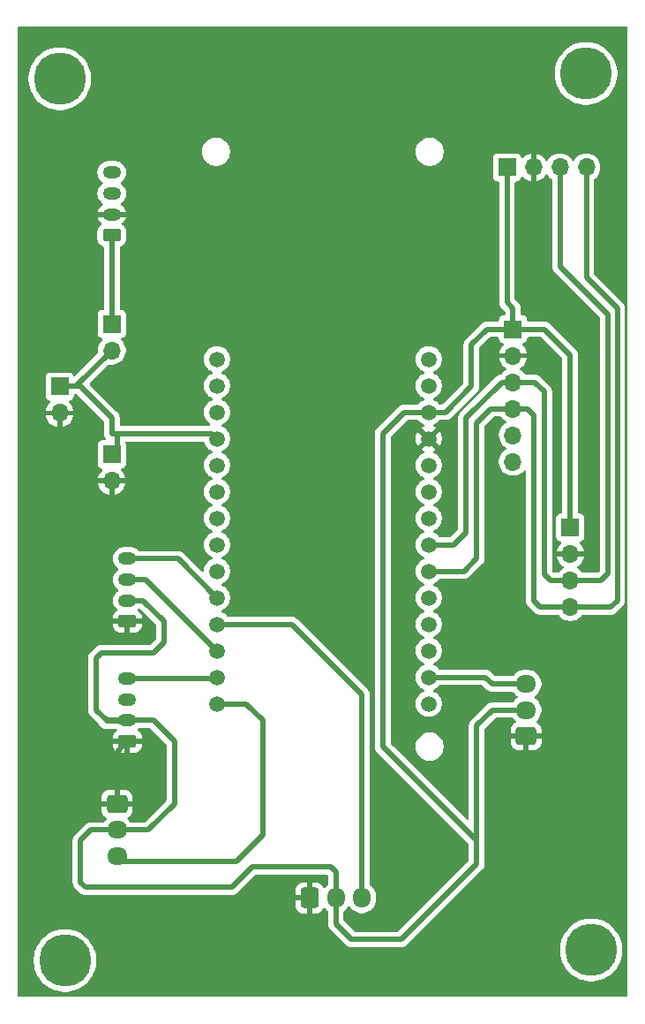
<source format=gbr>
%TF.GenerationSoftware,KiCad,Pcbnew,9.0.0*%
%TF.CreationDate,2025-03-11T09:25:04+01:00*%
%TF.ProjectId,farming_project,6661726d-696e-4675-9f70-726f6a656374,rev?*%
%TF.SameCoordinates,Original*%
%TF.FileFunction,Copper,L2,Bot*%
%TF.FilePolarity,Positive*%
%FSLAX46Y46*%
G04 Gerber Fmt 4.6, Leading zero omitted, Abs format (unit mm)*
G04 Created by KiCad (PCBNEW 9.0.0) date 2025-03-11 09:25:04*
%MOMM*%
%LPD*%
G01*
G04 APERTURE LIST*
G04 Aperture macros list*
%AMRoundRect*
0 Rectangle with rounded corners*
0 $1 Rounding radius*
0 $2 $3 $4 $5 $6 $7 $8 $9 X,Y pos of 4 corners*
0 Add a 4 corners polygon primitive as box body*
4,1,4,$2,$3,$4,$5,$6,$7,$8,$9,$2,$3,0*
0 Add four circle primitives for the rounded corners*
1,1,$1+$1,$2,$3*
1,1,$1+$1,$4,$5*
1,1,$1+$1,$6,$7*
1,1,$1+$1,$8,$9*
0 Add four rect primitives between the rounded corners*
20,1,$1+$1,$2,$3,$4,$5,0*
20,1,$1+$1,$4,$5,$6,$7,0*
20,1,$1+$1,$6,$7,$8,$9,0*
20,1,$1+$1,$8,$9,$2,$3,0*%
G04 Aperture macros list end*
%TA.AperFunction,ComponentPad*%
%ADD10R,1.700000X1.700000*%
%TD*%
%TA.AperFunction,ComponentPad*%
%ADD11O,1.700000X1.700000*%
%TD*%
%TA.AperFunction,ComponentPad*%
%ADD12RoundRect,0.250000X0.625000X-0.350000X0.625000X0.350000X-0.625000X0.350000X-0.625000X-0.350000X0*%
%TD*%
%TA.AperFunction,ComponentPad*%
%ADD13O,1.750000X1.200000*%
%TD*%
%TA.AperFunction,ComponentPad*%
%ADD14RoundRect,0.250000X-0.725000X0.600000X-0.725000X-0.600000X0.725000X-0.600000X0.725000X0.600000X0*%
%TD*%
%TA.AperFunction,ComponentPad*%
%ADD15O,1.950000X1.700000*%
%TD*%
%TA.AperFunction,ComponentPad*%
%ADD16C,5.000000*%
%TD*%
%TA.AperFunction,ComponentPad*%
%ADD17RoundRect,0.250000X-0.600000X-0.725000X0.600000X-0.725000X0.600000X0.725000X-0.600000X0.725000X0*%
%TD*%
%TA.AperFunction,ComponentPad*%
%ADD18O,1.700000X1.950000*%
%TD*%
%TA.AperFunction,ComponentPad*%
%ADD19C,1.508000*%
%TD*%
%TA.AperFunction,ComponentPad*%
%ADD20RoundRect,0.250000X0.725000X-0.600000X0.725000X0.600000X-0.725000X0.600000X-0.725000X-0.600000X0*%
%TD*%
%TA.AperFunction,Conductor*%
%ADD21C,0.500000*%
%TD*%
%TA.AperFunction,Conductor*%
%ADD22C,0.600000*%
%TD*%
%TA.AperFunction,Conductor*%
%ADD23C,0.800000*%
%TD*%
G04 APERTURE END LIST*
D10*
%TO.P,R2,1*%
%TO.N,/A2*%
X120000000Y-88000000D03*
D11*
%TO.P,R2,2*%
%TO.N,GND*%
X120000000Y-90540000D03*
%TD*%
D12*
%TO.P,J8,1,Pin_1*%
%TO.N,GND*%
X121500000Y-115500000D03*
D13*
%TO.P,J8,2,Pin_2*%
%TO.N,VCC*%
X121500000Y-113500000D03*
%TO.P,J8,3,Pin_3*%
%TO.N,unconnected-(J8-Pin_3-Pad3)*%
X121500000Y-111500000D03*
%TO.P,J8,4,Pin_4*%
%TO.N,/D4*%
X121500000Y-109500000D03*
%TD*%
D14*
%TO.P,J5,1,Pin_1*%
%TO.N,GND*%
X120500000Y-121500000D03*
D15*
%TO.P,J5,2,Pin_2*%
%TO.N,VCC*%
X120500000Y-124000000D03*
%TO.P,J5,3,Pin_3*%
%TO.N,/D5*%
X120500000Y-126500000D03*
%TD*%
D12*
%TO.P,J10,1,Pin_1*%
%TO.N,GND*%
X121500000Y-104000000D03*
D13*
%TO.P,J10,2,Pin_2*%
%TO.N,VCC*%
X121500000Y-102000000D03*
%TO.P,J10,3,Pin_3*%
%TO.N,/D3*%
X121500000Y-100000000D03*
%TO.P,J10,4,Pin_4*%
%TO.N,/D1*%
X121500000Y-98000000D03*
%TD*%
D16*
%TO.P,H1,1*%
%TO.N,N/C*%
X115000000Y-52000000D03*
%TD*%
D17*
%TO.P,J6,1,Pin_1*%
%TO.N,GND*%
X139000000Y-130500000D03*
D18*
%TO.P,J6,2,Pin_2*%
%TO.N,VCC*%
X141500000Y-130500000D03*
%TO.P,J6,3,Pin_3*%
%TO.N,/D2*%
X144000000Y-130500000D03*
%TD*%
D10*
%TO.P,C1,1*%
%TO.N,/A2*%
X115000000Y-81500000D03*
D11*
%TO.P,C1,2*%
%TO.N,GND*%
X115000000Y-84040000D03*
%TD*%
D10*
%TO.P,R1,1*%
%TO.N,Vbat*%
X120000000Y-75500000D03*
D11*
%TO.P,R1,2*%
%TO.N,/A2*%
X120000000Y-78040000D03*
%TD*%
D19*
%TO.P,J1,1,Pin_1*%
%TO.N,/AREF*%
X130090000Y-78884800D03*
%TO.P,J1,2,Pin_2*%
%TO.N,/DAC0{slash}A0*%
X130090000Y-81424800D03*
%TO.P,J1,3,Pin_3*%
%TO.N,/A1*%
X130090000Y-83964800D03*
%TO.P,J1,4,Pin_4*%
%TO.N,/A2*%
X130090000Y-86504800D03*
%TO.P,J1,5,Pin_5*%
%TO.N,/A3*%
X130090000Y-89044800D03*
%TO.P,J1,6,Pin_6*%
%TO.N,/A4*%
X130090000Y-91584800D03*
%TO.P,J1,7,Pin_7*%
%TO.N,/A5*%
X130090000Y-94124800D03*
%TO.P,J1,8,Pin_8*%
%TO.N,/A6*%
X130090000Y-96664800D03*
%TO.P,J1,9,Pin_9*%
%TO.N,/D0*%
X130090000Y-99204800D03*
%TO.P,J1,10,Pin_10*%
%TO.N,/D1*%
X130090000Y-101744800D03*
%TO.P,J1,11,Pin_11*%
%TO.N,/D2*%
X130090000Y-104284800D03*
%TO.P,J1,12,Pin_12*%
%TO.N,/D3*%
X130090000Y-106824800D03*
%TO.P,J1,13,Pin_13*%
%TO.N,/D4*%
X130090000Y-109364800D03*
%TO.P,J1,14,Pin_14*%
%TO.N,/D5*%
X130090000Y-111904800D03*
%TO.P,J1,15,Pin_15*%
%TO.N,/D6*%
X150410000Y-111904800D03*
%TO.P,J1,16,Pin_16*%
%TO.N,/D7*%
X150410000Y-109364800D03*
%TO.P,J1,17,Pin_17*%
%TO.N,/MOSI*%
X150410000Y-106824800D03*
%TO.P,J1,18,Pin_18*%
%TO.N,/SCK*%
X150410000Y-104284800D03*
%TO.P,J1,19,Pin_19*%
%TO.N,/MISO*%
X150410000Y-101744800D03*
%TO.P,J1,20,Pin_20*%
%TO.N,/SDA*%
X150410000Y-99204800D03*
%TO.P,J1,21,Pin_21*%
%TO.N,/SCL*%
X150410000Y-96664800D03*
%TO.P,J1,22,Pin_22*%
%TO.N,/RX*%
X150410000Y-94124800D03*
%TO.P,J1,23,Pin_23*%
%TO.N,/TX*%
X150410000Y-91584800D03*
%TO.P,J1,24,Pin_24*%
%TO.N,/RESET*%
X150410000Y-89044800D03*
%TO.P,J1,25,Pin_25*%
%TO.N,GND*%
X150410000Y-86504800D03*
%TO.P,J1,26,Pin_26*%
%TO.N,VCC*%
X150410000Y-83964800D03*
%TO.P,J1,27,Pin_27*%
%TO.N,/VIN*%
X150410000Y-81424800D03*
%TO.P,J1,28,Pin_28*%
%TO.N,/5V*%
X150410000Y-78884800D03*
%TD*%
D10*
%TO.P,J4,1,Pin_1*%
%TO.N,VCC*%
X158500000Y-76000000D03*
D11*
%TO.P,J4,2,Pin_2*%
%TO.N,GND*%
X158500000Y-78540000D03*
%TO.P,J4,3,Pin_3*%
%TO.N,/SCL*%
X158500000Y-81080000D03*
%TO.P,J4,4,Pin_4*%
%TO.N,/SDA*%
X158500000Y-83620000D03*
%TO.P,J4,5,Pin_5*%
%TO.N,unconnected-(J4-Pin_5-Pad5)*%
X158500000Y-86160000D03*
%TO.P,J4,6,Pin_6*%
%TO.N,unconnected-(J4-Pin_6-Pad6)*%
X158500000Y-88700000D03*
%TD*%
D16*
%TO.P,H3,1*%
%TO.N,N/C*%
X115500000Y-136500000D03*
%TD*%
D10*
%TO.P,J3,1,Pin_1*%
%TO.N,VCC*%
X164000000Y-95000000D03*
D11*
%TO.P,J3,2,Pin_2*%
%TO.N,GND*%
X164000000Y-97540000D03*
%TO.P,J3,3,Pin_3*%
%TO.N,/SCL*%
X164000000Y-100080000D03*
%TO.P,J3,4,Pin_4*%
%TO.N,/SDA*%
X164000000Y-102620000D03*
%TD*%
D20*
%TO.P,J7,1,Pin_1*%
%TO.N,GND*%
X159750000Y-115000000D03*
D15*
%TO.P,J7,2,Pin_2*%
%TO.N,VCC*%
X159750000Y-112500000D03*
%TO.P,J7,3,Pin_3*%
%TO.N,/D7*%
X159750000Y-110000000D03*
%TD*%
D16*
%TO.P,H2,1*%
%TO.N,N/C*%
X165500000Y-51500000D03*
%TD*%
D10*
%TO.P,J2,1,Pin_1*%
%TO.N,VCC*%
X157920000Y-60500000D03*
D11*
%TO.P,J2,2,Pin_2*%
%TO.N,GND*%
X160460000Y-60500000D03*
%TO.P,J2,3,Pin_3*%
%TO.N,/SCL*%
X163000000Y-60500000D03*
%TO.P,J2,4,Pin_4*%
%TO.N,/SDA*%
X165540000Y-60500000D03*
%TD*%
D12*
%TO.P,J9,1,Pin_1*%
%TO.N,Vbat*%
X120000000Y-67000000D03*
D13*
%TO.P,J9,2,Pin_2*%
%TO.N,GND*%
X120000000Y-65000000D03*
%TO.P,J9,3,Pin_3*%
%TO.N,unconnected-(J9-Pin_3-Pad3)*%
X120000000Y-63000000D03*
%TO.P,J9,4,Pin_4*%
%TO.N,unconnected-(J9-Pin_4-Pad4)*%
X120000000Y-61000000D03*
%TD*%
D16*
%TO.P,H4,1*%
%TO.N,N/C*%
X166000000Y-135500000D03*
%TD*%
D21*
%TO.N,GND*%
X121500000Y-115500000D02*
X120500000Y-116500000D01*
X120500000Y-116500000D02*
X120500000Y-121500000D01*
%TO.N,/A2*%
X120500000Y-86000000D02*
X120500000Y-87500000D01*
X120000000Y-78040000D02*
X116540000Y-81500000D01*
X117000000Y-81500000D02*
X116540000Y-81500000D01*
X116540000Y-81500000D02*
X115000000Y-81500000D01*
X120000000Y-86000000D02*
X120500000Y-86000000D01*
X120000000Y-86000000D02*
X120000000Y-84500000D01*
X120500000Y-87500000D02*
X120000000Y-88000000D01*
X120500000Y-86000000D02*
X129585200Y-86000000D01*
X129585200Y-86000000D02*
X130090000Y-86504800D01*
X120000000Y-84500000D02*
X117000000Y-81500000D01*
%TO.N,/D5*%
X121000000Y-127000000D02*
X120500000Y-126500000D01*
X132904800Y-111904800D02*
X134500000Y-113500000D01*
X134500000Y-124500000D02*
X132000000Y-127000000D01*
X134500000Y-113500000D02*
X134500000Y-124500000D01*
X130090000Y-111904800D02*
X132904800Y-111904800D01*
X132000000Y-127000000D02*
X121000000Y-127000000D01*
%TO.N,/D1*%
X126345200Y-98000000D02*
X130090000Y-101744800D01*
X121500000Y-98000000D02*
X126345200Y-98000000D01*
%TO.N,/D3*%
X123265200Y-100000000D02*
X130090000Y-106824800D01*
X121500000Y-100000000D02*
X123265200Y-100000000D01*
%TO.N,/D2*%
X144000000Y-130500000D02*
X144000000Y-111000000D01*
X144000000Y-111000000D02*
X137284800Y-104284800D01*
X137284800Y-104284800D02*
X130090000Y-104284800D01*
%TO.N,/D7*%
X150410000Y-109364800D02*
X155864800Y-109364800D01*
X155864800Y-109364800D02*
X156500000Y-110000000D01*
X156500000Y-110000000D02*
X159750000Y-110000000D01*
X150410000Y-109410000D02*
X150500000Y-109500000D01*
%TO.N,VCC*%
X158500000Y-76000000D02*
X161500000Y-76000000D01*
X133500000Y-127500000D02*
X131500000Y-129500000D01*
X126000000Y-121500000D02*
X126000000Y-115500000D01*
X141500000Y-130500000D02*
X141500000Y-128000000D01*
X141500000Y-130500000D02*
X141500000Y-133000000D01*
X121500000Y-102000000D02*
X123000000Y-102000000D01*
X155000000Y-114000000D02*
X156500000Y-112500000D01*
X141500000Y-128000000D02*
X141000000Y-127500000D01*
X148035200Y-83964800D02*
X146000000Y-86000000D01*
X154500000Y-77500000D02*
X156000000Y-76000000D01*
D22*
X121500000Y-113500000D02*
X119500000Y-113500000D01*
D21*
X141000000Y-127500000D02*
X133500000Y-127500000D01*
X155000000Y-125000000D02*
X155000000Y-114000000D01*
X120500000Y-124000000D02*
X118000000Y-124000000D01*
X118500000Y-107500000D02*
X118500000Y-112500000D01*
X156500000Y-112500000D02*
X160000000Y-112500000D01*
X143000000Y-134500000D02*
X147775000Y-134500000D01*
X124000000Y-113500000D02*
X121500000Y-113500000D01*
X154500000Y-81500000D02*
X154500000Y-77500000D01*
X147775000Y-134500000D02*
X155000000Y-127275000D01*
X124000000Y-107000000D02*
X119000000Y-107000000D01*
X146000000Y-116000000D02*
X155000000Y-125000000D01*
X152035200Y-83964800D02*
X154500000Y-81500000D01*
X150410000Y-83964800D02*
X148035200Y-83964800D01*
X131500000Y-129500000D02*
X117500000Y-129500000D01*
X123000000Y-102000000D02*
X125000000Y-104000000D01*
X164000000Y-78500000D02*
X164000000Y-95000000D01*
X125000000Y-106000000D02*
X124000000Y-107000000D01*
X126000000Y-115500000D02*
X124000000Y-113500000D01*
X150410000Y-83964800D02*
X152035200Y-83964800D01*
X117500000Y-129500000D02*
X117000000Y-129000000D01*
X146000000Y-86000000D02*
X146000000Y-116000000D01*
X118500000Y-112500000D02*
X119500000Y-113500000D01*
X141500000Y-133000000D02*
X143000000Y-134500000D01*
X119000000Y-107000000D02*
X118500000Y-107500000D01*
X156000000Y-76000000D02*
X158500000Y-76000000D01*
D23*
X120500000Y-124040133D02*
X120500000Y-124000000D01*
D21*
X123500000Y-124000000D02*
X126000000Y-121500000D01*
X120500000Y-124000000D02*
X123500000Y-124000000D01*
X155000000Y-127275000D02*
X155000000Y-125000000D01*
X157920000Y-73420000D02*
X158500000Y-74000000D01*
X161500000Y-76000000D02*
X164000000Y-78500000D01*
X125000000Y-104000000D02*
X125000000Y-106000000D01*
X157920000Y-60500000D02*
X157920000Y-73420000D01*
X117000000Y-129000000D02*
X117000000Y-125000000D01*
X158500000Y-76000000D02*
X158500000Y-74000000D01*
X118000000Y-124000000D02*
X117000000Y-125000000D01*
%TO.N,/SDA*%
X156380000Y-83620000D02*
X155000000Y-85000000D01*
X155000000Y-85000000D02*
X155000000Y-98000000D01*
X155000000Y-98000000D02*
X153795200Y-99204800D01*
X168500000Y-102000000D02*
X167880000Y-102620000D01*
X168500000Y-74000000D02*
X168500000Y-102000000D01*
X158500000Y-83620000D02*
X159880000Y-83620000D01*
X161120000Y-102620000D02*
X164000000Y-102620000D01*
X160500000Y-84240000D02*
X160500000Y-102000000D01*
X165540000Y-60500000D02*
X165540000Y-71040000D01*
X158500000Y-83620000D02*
X156380000Y-83620000D01*
X165540000Y-71040000D02*
X168500000Y-74000000D01*
X159880000Y-83620000D02*
X160500000Y-84240000D01*
X167880000Y-102620000D02*
X164000000Y-102620000D01*
X160500000Y-102000000D02*
X161120000Y-102620000D01*
X153795200Y-99204800D02*
X150410000Y-99204800D01*
%TO.N,/SCL*%
X152835200Y-96664800D02*
X154000000Y-95500000D01*
X163000000Y-70000000D02*
X163000000Y-60500000D01*
X164000000Y-100080000D02*
X166920000Y-100080000D01*
X154000000Y-95500000D02*
X154000000Y-84500000D01*
X166920000Y-100080000D02*
X167599000Y-99401000D01*
X162080000Y-100080000D02*
X164000000Y-100080000D01*
X158500000Y-81080000D02*
X160580000Y-81080000D01*
X154000000Y-84500000D02*
X157420000Y-81080000D01*
X161500000Y-99500000D02*
X162080000Y-100080000D01*
X157420000Y-81080000D02*
X158500000Y-81080000D01*
X150410000Y-96664800D02*
X152835200Y-96664800D01*
X167599000Y-74599000D02*
X163000000Y-70000000D01*
X161500000Y-82000000D02*
X161500000Y-99500000D01*
X160580000Y-81080000D02*
X161500000Y-82000000D01*
X167599000Y-99401000D02*
X167599000Y-74599000D01*
%TO.N,/D4*%
X129954800Y-109500000D02*
X130090000Y-109364800D01*
X121500000Y-109500000D02*
X129954800Y-109500000D01*
%TO.N,Vbat*%
X120000000Y-67000000D02*
X120000000Y-75500000D01*
%TD*%
%TA.AperFunction,Conductor*%
%TO.N,GND*%
G36*
X149408480Y-84734985D02*
G01*
X149441759Y-84766415D01*
X149453115Y-84782045D01*
X149453119Y-84782050D01*
X149592753Y-84921684D01*
X149752494Y-85037741D01*
X149752496Y-85037742D01*
X149752499Y-85037744D01*
X149922956Y-85124597D01*
X149973749Y-85172568D01*
X149990544Y-85240389D01*
X149968007Y-85306524D01*
X149922954Y-85345563D01*
X149752767Y-85432279D01*
X149752760Y-85432283D01*
X149717010Y-85458256D01*
X149717010Y-85458257D01*
X150280591Y-86021837D01*
X150217007Y-86038875D01*
X150102993Y-86104701D01*
X150009901Y-86197793D01*
X149944075Y-86311807D01*
X149927037Y-86375390D01*
X149363457Y-85811810D01*
X149363456Y-85811810D01*
X149337483Y-85847560D01*
X149337482Y-85847562D01*
X149247873Y-86023426D01*
X149186876Y-86211153D01*
X149156000Y-86406102D01*
X149156000Y-86603497D01*
X149186876Y-86798446D01*
X149247873Y-86986173D01*
X149337483Y-87162039D01*
X149363457Y-87197788D01*
X149363457Y-87197789D01*
X149927037Y-86634209D01*
X149944075Y-86697793D01*
X150009901Y-86811807D01*
X150102993Y-86904899D01*
X150217007Y-86970725D01*
X150280590Y-86987762D01*
X149717009Y-87551341D01*
X149717010Y-87551342D01*
X149752755Y-87577312D01*
X149752768Y-87577320D01*
X149922953Y-87664035D01*
X149973749Y-87712010D01*
X149990544Y-87779831D01*
X149968006Y-87845966D01*
X149922954Y-87885003D01*
X149761189Y-87967427D01*
X149752495Y-87971858D01*
X149592753Y-88087915D01*
X149453115Y-88227553D01*
X149337058Y-88387295D01*
X149247408Y-88563241D01*
X149186389Y-88751036D01*
X149155500Y-88946063D01*
X149155500Y-89143536D01*
X149186389Y-89338563D01*
X149247408Y-89526358D01*
X149247409Y-89526361D01*
X149315778Y-89660541D01*
X149337058Y-89702304D01*
X149453115Y-89862046D01*
X149592753Y-90001684D01*
X149692393Y-90074075D01*
X149752499Y-90117744D01*
X149922404Y-90204316D01*
X149973199Y-90252290D01*
X149989994Y-90320111D01*
X149967456Y-90386246D01*
X149922404Y-90425283D01*
X149765321Y-90505322D01*
X149752495Y-90511858D01*
X149592753Y-90627915D01*
X149453115Y-90767553D01*
X149337058Y-90927295D01*
X149247408Y-91103241D01*
X149186389Y-91291036D01*
X149155500Y-91486063D01*
X149155500Y-91683536D01*
X149186389Y-91878563D01*
X149247408Y-92066358D01*
X149247409Y-92066361D01*
X149337056Y-92242301D01*
X149337058Y-92242304D01*
X149453115Y-92402046D01*
X149592753Y-92541684D01*
X149742234Y-92650286D01*
X149752499Y-92657744D01*
X149922404Y-92744316D01*
X149973199Y-92792290D01*
X149989994Y-92860111D01*
X149967456Y-92926246D01*
X149922404Y-92965283D01*
X149765321Y-93045322D01*
X149752495Y-93051858D01*
X149592753Y-93167915D01*
X149453115Y-93307553D01*
X149337058Y-93467295D01*
X149247408Y-93643241D01*
X149186389Y-93831036D01*
X149155500Y-94026063D01*
X149155500Y-94223536D01*
X149186389Y-94418563D01*
X149247408Y-94606358D01*
X149247409Y-94606361D01*
X149337056Y-94782301D01*
X149337058Y-94782304D01*
X149453115Y-94942046D01*
X149592753Y-95081684D01*
X149742234Y-95190286D01*
X149752499Y-95197744D01*
X149922404Y-95284316D01*
X149973199Y-95332290D01*
X149989994Y-95400111D01*
X149967456Y-95466246D01*
X149922404Y-95505283D01*
X149765321Y-95585322D01*
X149752495Y-95591858D01*
X149592753Y-95707915D01*
X149453115Y-95847553D01*
X149337058Y-96007295D01*
X149247408Y-96183241D01*
X149186389Y-96371036D01*
X149155500Y-96566063D01*
X149155500Y-96763536D01*
X149186389Y-96958563D01*
X149212850Y-97040000D01*
X149247409Y-97146361D01*
X149324158Y-97296987D01*
X149337058Y-97322304D01*
X149453115Y-97482046D01*
X149592753Y-97621684D01*
X149735579Y-97725451D01*
X149752499Y-97737744D01*
X149922404Y-97824316D01*
X149973199Y-97872290D01*
X149989994Y-97940111D01*
X149967456Y-98006246D01*
X149922404Y-98045283D01*
X149759161Y-98128461D01*
X149752497Y-98131857D01*
X149592753Y-98247915D01*
X149453115Y-98387553D01*
X149337058Y-98547295D01*
X149247408Y-98723241D01*
X149186389Y-98911036D01*
X149155500Y-99106063D01*
X149155500Y-99303536D01*
X149186389Y-99498563D01*
X149247408Y-99686358D01*
X149247409Y-99686361D01*
X149324158Y-99836987D01*
X149337058Y-99862304D01*
X149453115Y-100022046D01*
X149592753Y-100161684D01*
X149724906Y-100257697D01*
X149752499Y-100277744D01*
X149922404Y-100364316D01*
X149973199Y-100412290D01*
X149989994Y-100480111D01*
X149967456Y-100546246D01*
X149922404Y-100585283D01*
X149871483Y-100611230D01*
X149752495Y-100671858D01*
X149592753Y-100787915D01*
X149453115Y-100927553D01*
X149337058Y-101087295D01*
X149247408Y-101263241D01*
X149186389Y-101451036D01*
X149155500Y-101646063D01*
X149155500Y-101843536D01*
X149186389Y-102038563D01*
X149244987Y-102218907D01*
X149247409Y-102226361D01*
X149313207Y-102355495D01*
X149337058Y-102402304D01*
X149453115Y-102562046D01*
X149592753Y-102701684D01*
X149709934Y-102786819D01*
X149752499Y-102817744D01*
X149922404Y-102904316D01*
X149973199Y-102952290D01*
X149989994Y-103020111D01*
X149967456Y-103086246D01*
X149922404Y-103125283D01*
X149811773Y-103181654D01*
X149752495Y-103211858D01*
X149592753Y-103327915D01*
X149453115Y-103467553D01*
X149337058Y-103627295D01*
X149247408Y-103803241D01*
X149186389Y-103991036D01*
X149155500Y-104186063D01*
X149155500Y-104383536D01*
X149186389Y-104578563D01*
X149247408Y-104766358D01*
X149247409Y-104766361D01*
X149337056Y-104942301D01*
X149337058Y-104942304D01*
X149453115Y-105102046D01*
X149592753Y-105241684D01*
X149742234Y-105350286D01*
X149752499Y-105357744D01*
X149922404Y-105444316D01*
X149973199Y-105492290D01*
X149989994Y-105560111D01*
X149967456Y-105626246D01*
X149922404Y-105665283D01*
X149844833Y-105704809D01*
X149752495Y-105751858D01*
X149592753Y-105867915D01*
X149453115Y-106007553D01*
X149337058Y-106167295D01*
X149247408Y-106343241D01*
X149186389Y-106531036D01*
X149155500Y-106726063D01*
X149155500Y-106923536D01*
X149186389Y-107118563D01*
X149247408Y-107306358D01*
X149247409Y-107306361D01*
X149308411Y-107426082D01*
X149337058Y-107482304D01*
X149453115Y-107642046D01*
X149592753Y-107781684D01*
X149720506Y-107874500D01*
X149752499Y-107897744D01*
X149922404Y-107984316D01*
X149973199Y-108032290D01*
X149989994Y-108100111D01*
X149967456Y-108166246D01*
X149922404Y-108205283D01*
X149765321Y-108285322D01*
X149752495Y-108291858D01*
X149592753Y-108407915D01*
X149453115Y-108547553D01*
X149337058Y-108707295D01*
X149247408Y-108883241D01*
X149186389Y-109071036D01*
X149155500Y-109266063D01*
X149155500Y-109463536D01*
X149186389Y-109658563D01*
X149247408Y-109846358D01*
X149247409Y-109846361D01*
X149337056Y-110022301D01*
X149337058Y-110022304D01*
X149453115Y-110182046D01*
X149592753Y-110321684D01*
X149700112Y-110399683D01*
X149752499Y-110437744D01*
X149922404Y-110524316D01*
X149973199Y-110572290D01*
X149989994Y-110640111D01*
X149967456Y-110706246D01*
X149922404Y-110745283D01*
X149852138Y-110781087D01*
X149752495Y-110831858D01*
X149592753Y-110947915D01*
X149453115Y-111087553D01*
X149337058Y-111247295D01*
X149247408Y-111423241D01*
X149186389Y-111611036D01*
X149155500Y-111806063D01*
X149155500Y-112003536D01*
X149186389Y-112198563D01*
X149195126Y-112225451D01*
X149247409Y-112386361D01*
X149330086Y-112548621D01*
X149337058Y-112562304D01*
X149453115Y-112722046D01*
X149592753Y-112861684D01*
X149742234Y-112970286D01*
X149752499Y-112977744D01*
X149928439Y-113067391D01*
X150053637Y-113108070D01*
X150116236Y-113128410D01*
X150311264Y-113159300D01*
X150311269Y-113159300D01*
X150508736Y-113159300D01*
X150703763Y-113128410D01*
X150891561Y-113067391D01*
X151067501Y-112977744D01*
X151168001Y-112904727D01*
X151227246Y-112861684D01*
X151227253Y-112861678D01*
X151272692Y-112816239D01*
X151366879Y-112722052D01*
X151366881Y-112722048D01*
X151366884Y-112722046D01*
X151417779Y-112651992D01*
X151482944Y-112562301D01*
X151572591Y-112386361D01*
X151633610Y-112198563D01*
X151643239Y-112137770D01*
X151664500Y-112003536D01*
X151664500Y-111806063D01*
X151633610Y-111611036D01*
X151613270Y-111548437D01*
X151572591Y-111423239D01*
X151482944Y-111247299D01*
X151452220Y-111205011D01*
X151366884Y-111087553D01*
X151227246Y-110947915D01*
X151067505Y-110831858D01*
X151008150Y-110801615D01*
X150897593Y-110745282D01*
X150846800Y-110697310D01*
X150830005Y-110629489D01*
X150852542Y-110563354D01*
X150897593Y-110524317D01*
X151067501Y-110437744D01*
X151119889Y-110399682D01*
X151227246Y-110321684D01*
X151227248Y-110321681D01*
X151227252Y-110321679D01*
X151366879Y-110182052D01*
X151367710Y-110180908D01*
X151378241Y-110166415D01*
X151433571Y-110123749D01*
X151478559Y-110115300D01*
X155502570Y-110115300D01*
X155569609Y-110134985D01*
X155590251Y-110151619D01*
X155917048Y-110478415D01*
X155917049Y-110478416D01*
X155983621Y-110544988D01*
X156021585Y-110582952D01*
X156144498Y-110665080D01*
X156144511Y-110665087D01*
X156243879Y-110706246D01*
X156281087Y-110721658D01*
X156281091Y-110721658D01*
X156281092Y-110721659D01*
X156426079Y-110750500D01*
X156426082Y-110750500D01*
X158437779Y-110750500D01*
X158504818Y-110770185D01*
X158538097Y-110801615D01*
X158594892Y-110879788D01*
X158745209Y-111030105D01*
X158745214Y-111030109D01*
X158909793Y-111149682D01*
X158952459Y-111205011D01*
X158958438Y-111274625D01*
X158925833Y-111336420D01*
X158909793Y-111350318D01*
X158745214Y-111469890D01*
X158745209Y-111469894D01*
X158594892Y-111620211D01*
X158538097Y-111698385D01*
X158482767Y-111741051D01*
X158437779Y-111749500D01*
X156426080Y-111749500D01*
X156281092Y-111778340D01*
X156281082Y-111778343D01*
X156144511Y-111834912D01*
X156144498Y-111834919D01*
X156021584Y-111917048D01*
X156021580Y-111917051D01*
X154417048Y-113521583D01*
X154411355Y-113530104D01*
X154373855Y-113586229D01*
X154370485Y-113591273D01*
X154334916Y-113644504D01*
X154334912Y-113644511D01*
X154278343Y-113781082D01*
X154278340Y-113781092D01*
X154249500Y-113926079D01*
X154249500Y-122888770D01*
X154229815Y-122955809D01*
X154177011Y-123001564D01*
X154107853Y-123011508D01*
X154044297Y-122982483D01*
X154037819Y-122976451D01*
X146955081Y-115893713D01*
X149149500Y-115893713D01*
X149149500Y-116106286D01*
X149177703Y-116284356D01*
X149182754Y-116316243D01*
X149235447Y-116478416D01*
X149248444Y-116518414D01*
X149344951Y-116707820D01*
X149469890Y-116879786D01*
X149620213Y-117030109D01*
X149792179Y-117155048D01*
X149792181Y-117155049D01*
X149792184Y-117155051D01*
X149981588Y-117251557D01*
X150183757Y-117317246D01*
X150393713Y-117350500D01*
X150393714Y-117350500D01*
X150606286Y-117350500D01*
X150606287Y-117350500D01*
X150816243Y-117317246D01*
X151018412Y-117251557D01*
X151207816Y-117155051D01*
X151229789Y-117139086D01*
X151379786Y-117030109D01*
X151379788Y-117030106D01*
X151379792Y-117030104D01*
X151530104Y-116879792D01*
X151530106Y-116879788D01*
X151530109Y-116879786D01*
X151655048Y-116707820D01*
X151655047Y-116707820D01*
X151655051Y-116707816D01*
X151751557Y-116518412D01*
X151817246Y-116316243D01*
X151850500Y-116106287D01*
X151850500Y-115893713D01*
X151817246Y-115683757D01*
X151751557Y-115481588D01*
X151655051Y-115292184D01*
X151655049Y-115292181D01*
X151655048Y-115292179D01*
X151530109Y-115120213D01*
X151379786Y-114969890D01*
X151207820Y-114844951D01*
X151018414Y-114748444D01*
X151018413Y-114748443D01*
X151018412Y-114748443D01*
X150816243Y-114682754D01*
X150816241Y-114682753D01*
X150816240Y-114682753D01*
X150654957Y-114657208D01*
X150606287Y-114649500D01*
X150393713Y-114649500D01*
X150345042Y-114657208D01*
X150183760Y-114682753D01*
X149981585Y-114748444D01*
X149792179Y-114844951D01*
X149620213Y-114969890D01*
X149469890Y-115120213D01*
X149344951Y-115292179D01*
X149248444Y-115481585D01*
X149182753Y-115683760D01*
X149149500Y-115893713D01*
X146955081Y-115893713D01*
X146786819Y-115725451D01*
X146753334Y-115664128D01*
X146750500Y-115637770D01*
X146750500Y-86362229D01*
X146770185Y-86295190D01*
X146786819Y-86274548D01*
X148309748Y-84751619D01*
X148371071Y-84718134D01*
X148397429Y-84715300D01*
X149341441Y-84715300D01*
X149408480Y-84734985D01*
G37*
%TD.AperFunction*%
%TA.AperFunction,Conductor*%
G36*
X161204809Y-76770185D02*
G01*
X161225451Y-76786819D01*
X163213181Y-78774549D01*
X163246666Y-78835872D01*
X163249500Y-78862230D01*
X163249500Y-93525500D01*
X163229815Y-93592539D01*
X163177011Y-93638294D01*
X163125505Y-93649500D01*
X163102132Y-93649500D01*
X163102123Y-93649501D01*
X163042516Y-93655908D01*
X162907671Y-93706202D01*
X162907664Y-93706206D01*
X162792455Y-93792452D01*
X162792452Y-93792455D01*
X162706206Y-93907664D01*
X162706202Y-93907671D01*
X162655908Y-94042517D01*
X162649501Y-94102116D01*
X162649501Y-94102123D01*
X162649500Y-94102135D01*
X162649500Y-95897870D01*
X162649501Y-95897876D01*
X162655908Y-95957483D01*
X162706202Y-96092328D01*
X162706206Y-96092335D01*
X162792452Y-96207544D01*
X162792455Y-96207547D01*
X162907664Y-96293793D01*
X162907671Y-96293797D01*
X162969902Y-96317007D01*
X163039598Y-96343002D01*
X163095531Y-96384873D01*
X163119949Y-96450337D01*
X163105098Y-96518610D01*
X163083947Y-96546865D01*
X162970271Y-96660541D01*
X162845379Y-96832442D01*
X162748904Y-97021782D01*
X162683242Y-97223870D01*
X162683242Y-97223873D01*
X162672769Y-97290000D01*
X163566988Y-97290000D01*
X163534075Y-97347007D01*
X163500000Y-97474174D01*
X163500000Y-97605826D01*
X163534075Y-97732993D01*
X163566988Y-97790000D01*
X162672769Y-97790000D01*
X162683242Y-97856126D01*
X162683242Y-97856129D01*
X162748904Y-98058217D01*
X162845379Y-98247557D01*
X162970272Y-98419459D01*
X162970276Y-98419464D01*
X163120535Y-98569723D01*
X163120540Y-98569727D01*
X163292444Y-98694622D01*
X163301495Y-98699234D01*
X163352292Y-98747208D01*
X163369087Y-98815029D01*
X163346550Y-98881164D01*
X163301499Y-98920202D01*
X163292182Y-98924949D01*
X163120213Y-99049890D01*
X162969892Y-99200211D01*
X162913097Y-99278385D01*
X162857767Y-99321051D01*
X162812779Y-99329500D01*
X162442230Y-99329500D01*
X162412789Y-99320855D01*
X162382803Y-99314332D01*
X162377787Y-99310577D01*
X162375191Y-99309815D01*
X162354549Y-99293181D01*
X162286819Y-99225451D01*
X162253334Y-99164128D01*
X162250500Y-99137770D01*
X162250500Y-81926079D01*
X162221659Y-81781092D01*
X162221658Y-81781091D01*
X162221658Y-81781087D01*
X162206745Y-81745084D01*
X162165087Y-81644511D01*
X162165080Y-81644498D01*
X162082952Y-81521585D01*
X162082951Y-81521584D01*
X161978416Y-81417049D01*
X161750499Y-81189132D01*
X161058418Y-80497049D01*
X161058416Y-80497047D01*
X161002570Y-80459734D01*
X160976355Y-80442218D01*
X160935495Y-80414916D01*
X160935494Y-80414915D01*
X160935492Y-80414914D01*
X160935490Y-80414913D01*
X160798917Y-80358343D01*
X160798907Y-80358340D01*
X160653920Y-80329500D01*
X160653918Y-80329500D01*
X159687221Y-80329500D01*
X159620182Y-80309815D01*
X159586903Y-80278385D01*
X159530107Y-80200211D01*
X159379786Y-80049890D01*
X159207817Y-79924949D01*
X159198504Y-79920204D01*
X159147707Y-79872230D01*
X159130912Y-79804409D01*
X159153449Y-79738274D01*
X159198507Y-79699232D01*
X159207558Y-79694620D01*
X159379459Y-79569727D01*
X159379464Y-79569723D01*
X159529723Y-79419464D01*
X159529727Y-79419459D01*
X159654620Y-79247557D01*
X159751095Y-79058217D01*
X159816757Y-78856129D01*
X159816757Y-78856126D01*
X159827231Y-78790000D01*
X158933012Y-78790000D01*
X158965925Y-78732993D01*
X159000000Y-78605826D01*
X159000000Y-78474174D01*
X158965925Y-78347007D01*
X158933012Y-78290000D01*
X159827231Y-78290000D01*
X159816757Y-78223873D01*
X159816757Y-78223870D01*
X159751095Y-78021782D01*
X159654620Y-77832442D01*
X159529727Y-77660540D01*
X159529723Y-77660535D01*
X159416053Y-77546865D01*
X159382568Y-77485542D01*
X159387552Y-77415850D01*
X159429424Y-77359917D01*
X159460400Y-77343002D01*
X159592331Y-77293796D01*
X159707546Y-77207546D01*
X159793796Y-77092331D01*
X159844091Y-76957483D01*
X159850500Y-76897873D01*
X159850500Y-76874500D01*
X159870185Y-76807461D01*
X159922989Y-76761706D01*
X159974500Y-76750500D01*
X161137770Y-76750500D01*
X161204809Y-76770185D01*
G37*
%TD.AperFunction*%
%TA.AperFunction,Conductor*%
G36*
X160710000Y-61827230D02*
G01*
X160776126Y-61816757D01*
X160776129Y-61816757D01*
X160978217Y-61751095D01*
X161167557Y-61654620D01*
X161339459Y-61529727D01*
X161339464Y-61529723D01*
X161489723Y-61379464D01*
X161489727Y-61379459D01*
X161614620Y-61207558D01*
X161619232Y-61198507D01*
X161667205Y-61147709D01*
X161735025Y-61130912D01*
X161801161Y-61153447D01*
X161840204Y-61198504D01*
X161844949Y-61207817D01*
X161969890Y-61379786D01*
X161969896Y-61379792D01*
X162120208Y-61530104D01*
X162198384Y-61586902D01*
X162241051Y-61642231D01*
X162249500Y-61687220D01*
X162249500Y-70073918D01*
X162249500Y-70073920D01*
X162249499Y-70073920D01*
X162278340Y-70218907D01*
X162278343Y-70218917D01*
X162334912Y-70355488D01*
X162334914Y-70355492D01*
X162334916Y-70355495D01*
X162347893Y-70374916D01*
X162417051Y-70478420D01*
X162417052Y-70478421D01*
X166812181Y-74873548D01*
X166845666Y-74934871D01*
X166848500Y-74961229D01*
X166848500Y-99038770D01*
X166839855Y-99068210D01*
X166833332Y-99098197D01*
X166829577Y-99103212D01*
X166828815Y-99105809D01*
X166812181Y-99126451D01*
X166645451Y-99293181D01*
X166584128Y-99326666D01*
X166557770Y-99329500D01*
X165187221Y-99329500D01*
X165120182Y-99309815D01*
X165086903Y-99278385D01*
X165030107Y-99200211D01*
X164879786Y-99049890D01*
X164707817Y-98924949D01*
X164698504Y-98920204D01*
X164647707Y-98872230D01*
X164630912Y-98804409D01*
X164653449Y-98738274D01*
X164698507Y-98699232D01*
X164707558Y-98694620D01*
X164879459Y-98569727D01*
X164879464Y-98569723D01*
X165029723Y-98419464D01*
X165029727Y-98419459D01*
X165154620Y-98247557D01*
X165251095Y-98058217D01*
X165316757Y-97856129D01*
X165316757Y-97856126D01*
X165327231Y-97790000D01*
X164433012Y-97790000D01*
X164465925Y-97732993D01*
X164500000Y-97605826D01*
X164500000Y-97474174D01*
X164465925Y-97347007D01*
X164433012Y-97290000D01*
X165327231Y-97290000D01*
X165316757Y-97223873D01*
X165316757Y-97223870D01*
X165251095Y-97021782D01*
X165154620Y-96832442D01*
X165029727Y-96660540D01*
X165029723Y-96660535D01*
X164916053Y-96546865D01*
X164882568Y-96485542D01*
X164887552Y-96415850D01*
X164929424Y-96359917D01*
X164960400Y-96343002D01*
X165092331Y-96293796D01*
X165207546Y-96207546D01*
X165293796Y-96092331D01*
X165344091Y-95957483D01*
X165350500Y-95897873D01*
X165350499Y-94102128D01*
X165344091Y-94042517D01*
X165337956Y-94026069D01*
X165293797Y-93907671D01*
X165293793Y-93907664D01*
X165207547Y-93792455D01*
X165207544Y-93792452D01*
X165092335Y-93706206D01*
X165092328Y-93706202D01*
X164957482Y-93655908D01*
X164957483Y-93655908D01*
X164897883Y-93649501D01*
X164897881Y-93649500D01*
X164897873Y-93649500D01*
X164897865Y-93649500D01*
X164874500Y-93649500D01*
X164807461Y-93629815D01*
X164761706Y-93577011D01*
X164750500Y-93525500D01*
X164750500Y-78426079D01*
X164721659Y-78281092D01*
X164721658Y-78281091D01*
X164721658Y-78281087D01*
X164701737Y-78232993D01*
X164665087Y-78144511D01*
X164665085Y-78144507D01*
X164665084Y-78144505D01*
X164613663Y-78067548D01*
X164595257Y-78040000D01*
X164582954Y-78021586D01*
X161978413Y-75417045D01*
X161929179Y-75384150D01*
X161896355Y-75362218D01*
X161855495Y-75334916D01*
X161855494Y-75334915D01*
X161855492Y-75334914D01*
X161855490Y-75334913D01*
X161718917Y-75278343D01*
X161718907Y-75278340D01*
X161573920Y-75249500D01*
X161573918Y-75249500D01*
X159974499Y-75249500D01*
X159907460Y-75229815D01*
X159861705Y-75177011D01*
X159850499Y-75125500D01*
X159850499Y-75102129D01*
X159850498Y-75102123D01*
X159850497Y-75102116D01*
X159844091Y-75042517D01*
X159793796Y-74907669D01*
X159793795Y-74907668D01*
X159793793Y-74907664D01*
X159707547Y-74792455D01*
X159707544Y-74792452D01*
X159592335Y-74706206D01*
X159592328Y-74706202D01*
X159457482Y-74655908D01*
X159457483Y-74655908D01*
X159397883Y-74649501D01*
X159397881Y-74649500D01*
X159397873Y-74649500D01*
X159397865Y-74649500D01*
X159374500Y-74649500D01*
X159307461Y-74629815D01*
X159261706Y-74577011D01*
X159250500Y-74525500D01*
X159250500Y-73926079D01*
X159221659Y-73781092D01*
X159221658Y-73781091D01*
X159221658Y-73781087D01*
X159219342Y-73775495D01*
X159165086Y-73644509D01*
X159165085Y-73644507D01*
X159161347Y-73638913D01*
X159132186Y-73595270D01*
X159132185Y-73595268D01*
X159082956Y-73521589D01*
X159082952Y-73521584D01*
X158706819Y-73145451D01*
X158673334Y-73084128D01*
X158670500Y-73057770D01*
X158670500Y-61974499D01*
X158690185Y-61907460D01*
X158742989Y-61861705D01*
X158794500Y-61850499D01*
X158817871Y-61850499D01*
X158817872Y-61850499D01*
X158877483Y-61844091D01*
X159012331Y-61793796D01*
X159127546Y-61707546D01*
X159213796Y-61592331D01*
X159263002Y-61460401D01*
X159304872Y-61404468D01*
X159370337Y-61380050D01*
X159438610Y-61394901D01*
X159466865Y-61416053D01*
X159580535Y-61529723D01*
X159580540Y-61529727D01*
X159752442Y-61654620D01*
X159941782Y-61751095D01*
X160143871Y-61816757D01*
X160210000Y-61827231D01*
X160210000Y-60933012D01*
X160267007Y-60965925D01*
X160394174Y-61000000D01*
X160525826Y-61000000D01*
X160652993Y-60965925D01*
X160710000Y-60933012D01*
X160710000Y-61827230D01*
G37*
%TD.AperFunction*%
%TA.AperFunction,Conductor*%
G36*
X157092540Y-76770185D02*
G01*
X157138295Y-76822989D01*
X157149501Y-76874500D01*
X157149501Y-76897876D01*
X157155908Y-76957483D01*
X157206202Y-77092328D01*
X157206206Y-77092335D01*
X157292452Y-77207544D01*
X157292455Y-77207547D01*
X157407664Y-77293793D01*
X157407671Y-77293797D01*
X157407674Y-77293798D01*
X157539598Y-77343002D01*
X157595531Y-77384873D01*
X157619949Y-77450337D01*
X157605098Y-77518610D01*
X157583947Y-77546865D01*
X157470271Y-77660541D01*
X157345379Y-77832442D01*
X157248904Y-78021782D01*
X157183242Y-78223870D01*
X157183242Y-78223873D01*
X157172769Y-78290000D01*
X158066988Y-78290000D01*
X158034075Y-78347007D01*
X158000000Y-78474174D01*
X158000000Y-78605826D01*
X158034075Y-78732993D01*
X158066988Y-78790000D01*
X157172769Y-78790000D01*
X157183242Y-78856126D01*
X157183242Y-78856129D01*
X157248904Y-79058217D01*
X157345379Y-79247557D01*
X157470272Y-79419459D01*
X157470276Y-79419464D01*
X157620535Y-79569723D01*
X157620540Y-79569727D01*
X157792444Y-79694622D01*
X157801495Y-79699234D01*
X157852292Y-79747208D01*
X157869087Y-79815029D01*
X157846550Y-79881164D01*
X157801499Y-79920202D01*
X157792182Y-79924949D01*
X157620213Y-80049890D01*
X157469897Y-80200206D01*
X157409534Y-80283289D01*
X157354204Y-80325954D01*
X157333408Y-80332020D01*
X157201092Y-80358340D01*
X157201082Y-80358343D01*
X157064511Y-80414912D01*
X157064498Y-80414919D01*
X156941584Y-80497048D01*
X156941580Y-80497051D01*
X153417045Y-84021586D01*
X153389022Y-84063529D01*
X153389021Y-84063531D01*
X153334919Y-84144498D01*
X153334912Y-84144511D01*
X153278343Y-84281082D01*
X153278340Y-84281092D01*
X153249500Y-84426079D01*
X153249500Y-95137770D01*
X153229815Y-95204809D01*
X153213181Y-95225451D01*
X152560651Y-95877981D01*
X152499328Y-95911466D01*
X152472970Y-95914300D01*
X151478559Y-95914300D01*
X151411520Y-95894615D01*
X151378241Y-95863185D01*
X151366884Y-95847554D01*
X151366880Y-95847549D01*
X151227246Y-95707915D01*
X151067505Y-95591858D01*
X151061119Y-95588604D01*
X150897593Y-95505282D01*
X150846800Y-95457310D01*
X150830005Y-95389489D01*
X150852542Y-95323354D01*
X150897593Y-95284317D01*
X151067501Y-95197744D01*
X151150049Y-95137770D01*
X151227246Y-95081684D01*
X151227248Y-95081681D01*
X151227252Y-95081679D01*
X151366879Y-94942052D01*
X151366881Y-94942048D01*
X151366884Y-94942046D01*
X151417779Y-94871992D01*
X151482944Y-94782301D01*
X151572591Y-94606361D01*
X151633610Y-94418563D01*
X151664500Y-94223536D01*
X151664500Y-94026063D01*
X151633610Y-93831036D01*
X151593049Y-93706202D01*
X151572591Y-93643239D01*
X151482944Y-93467299D01*
X151475486Y-93457034D01*
X151366884Y-93307553D01*
X151227246Y-93167915D01*
X151067505Y-93051858D01*
X151061119Y-93048604D01*
X150897593Y-92965282D01*
X150846800Y-92917310D01*
X150830005Y-92849489D01*
X150852542Y-92783354D01*
X150897593Y-92744317D01*
X151067501Y-92657744D01*
X151087912Y-92642914D01*
X151227246Y-92541684D01*
X151227248Y-92541681D01*
X151227252Y-92541679D01*
X151366879Y-92402052D01*
X151366881Y-92402048D01*
X151366884Y-92402046D01*
X151417779Y-92331992D01*
X151482944Y-92242301D01*
X151572591Y-92066361D01*
X151633610Y-91878563D01*
X151662744Y-91694620D01*
X151664500Y-91683536D01*
X151664500Y-91486063D01*
X151633610Y-91291036D01*
X151613270Y-91228437D01*
X151572591Y-91103239D01*
X151482944Y-90927299D01*
X151475486Y-90917034D01*
X151366884Y-90767553D01*
X151227246Y-90627915D01*
X151067505Y-90511858D01*
X151061119Y-90508604D01*
X150897593Y-90425282D01*
X150846800Y-90377310D01*
X150830005Y-90309489D01*
X150852542Y-90243354D01*
X150897593Y-90204317D01*
X151067501Y-90117744D01*
X151127607Y-90074075D01*
X151227246Y-90001684D01*
X151227248Y-90001681D01*
X151227252Y-90001679D01*
X151366879Y-89862052D01*
X151366881Y-89862048D01*
X151366884Y-89862046D01*
X151462744Y-89730104D01*
X151482944Y-89702301D01*
X151572591Y-89526361D01*
X151633610Y-89338563D01*
X151640700Y-89293797D01*
X151664500Y-89143536D01*
X151664500Y-88946063D01*
X151633610Y-88751036D01*
X151613270Y-88688437D01*
X151572591Y-88563239D01*
X151482944Y-88387299D01*
X151475486Y-88377034D01*
X151366884Y-88227553D01*
X151227246Y-88087915D01*
X151067505Y-87971858D01*
X151062334Y-87969223D01*
X150897043Y-87885002D01*
X150846250Y-87837030D01*
X150829455Y-87769209D01*
X150851992Y-87703075D01*
X150897046Y-87664035D01*
X151067241Y-87577316D01*
X151102988Y-87551343D01*
X151102988Y-87551341D01*
X150539410Y-86987762D01*
X150602993Y-86970725D01*
X150717007Y-86904899D01*
X150810099Y-86811807D01*
X150875925Y-86697793D01*
X150892962Y-86634209D01*
X151456541Y-87197788D01*
X151456543Y-87197788D01*
X151482516Y-87162041D01*
X151572126Y-86986173D01*
X151633123Y-86798446D01*
X151664000Y-86603497D01*
X151664000Y-86406102D01*
X151633123Y-86211153D01*
X151572126Y-86023426D01*
X151482520Y-85847568D01*
X151482512Y-85847555D01*
X151456542Y-85811810D01*
X151456541Y-85811809D01*
X150892962Y-86375389D01*
X150875925Y-86311807D01*
X150810099Y-86197793D01*
X150717007Y-86104701D01*
X150602993Y-86038875D01*
X150539409Y-86021837D01*
X151102989Y-85458257D01*
X151067236Y-85432281D01*
X150897045Y-85345563D01*
X150846250Y-85297589D01*
X150829455Y-85229768D01*
X150851993Y-85163633D01*
X150897042Y-85124598D01*
X151067501Y-85037744D01*
X151184814Y-84952512D01*
X151227246Y-84921684D01*
X151227248Y-84921681D01*
X151227252Y-84921679D01*
X151366879Y-84782052D01*
X151371966Y-84775051D01*
X151378241Y-84766415D01*
X151433571Y-84723749D01*
X151478559Y-84715300D01*
X152109120Y-84715300D01*
X152206662Y-84695896D01*
X152254113Y-84686458D01*
X152390695Y-84629884D01*
X152442163Y-84595494D01*
X152513616Y-84547752D01*
X155082952Y-81978415D01*
X155117919Y-81926082D01*
X155165084Y-81855495D01*
X155210818Y-81745084D01*
X155221659Y-81718912D01*
X155250500Y-81573917D01*
X155250500Y-81426082D01*
X155250500Y-77862229D01*
X155270185Y-77795190D01*
X155286819Y-77774548D01*
X156274548Y-76786819D01*
X156335871Y-76753334D01*
X156362229Y-76750500D01*
X157025501Y-76750500D01*
X157092540Y-76770185D01*
G37*
%TD.AperFunction*%
%TA.AperFunction,Conductor*%
G36*
X169442539Y-47020185D02*
G01*
X169488294Y-47072989D01*
X169499500Y-47124500D01*
X169499500Y-139875500D01*
X169479815Y-139942539D01*
X169427011Y-139988294D01*
X169375500Y-139999500D01*
X111124500Y-139999500D01*
X111057461Y-139979815D01*
X111011706Y-139927011D01*
X111000500Y-139875500D01*
X111000500Y-136331491D01*
X112499500Y-136331491D01*
X112499500Y-136668508D01*
X112537231Y-137003381D01*
X112537233Y-137003397D01*
X112612223Y-137331953D01*
X112612227Y-137331965D01*
X112723532Y-137650054D01*
X112869752Y-137953683D01*
X112869754Y-137953686D01*
X113049054Y-138239039D01*
X113167664Y-138387772D01*
X113227471Y-138462768D01*
X113259175Y-138502523D01*
X113497477Y-138740825D01*
X113760961Y-138950946D01*
X114046314Y-139130246D01*
X114349949Y-139276469D01*
X114588848Y-139360063D01*
X114668034Y-139387772D01*
X114668046Y-139387776D01*
X114996606Y-139462767D01*
X115331492Y-139500499D01*
X115331493Y-139500500D01*
X115331496Y-139500500D01*
X115668507Y-139500500D01*
X115668507Y-139500499D01*
X116003394Y-139462767D01*
X116331954Y-139387776D01*
X116650051Y-139276469D01*
X116953686Y-139130246D01*
X117239039Y-138950946D01*
X117502523Y-138740825D01*
X117740825Y-138502523D01*
X117950946Y-138239039D01*
X118130246Y-137953686D01*
X118276469Y-137650051D01*
X118387776Y-137331954D01*
X118462767Y-137003394D01*
X118500500Y-136668504D01*
X118500500Y-136331496D01*
X118462767Y-135996606D01*
X118387776Y-135668046D01*
X118276469Y-135349949D01*
X118267580Y-135331491D01*
X162999500Y-135331491D01*
X162999500Y-135668508D01*
X163037231Y-136003381D01*
X163037233Y-136003397D01*
X163112223Y-136331953D01*
X163112227Y-136331965D01*
X163223532Y-136650054D01*
X163369752Y-136953683D01*
X163369754Y-136953686D01*
X163549054Y-137239039D01*
X163759175Y-137502523D01*
X163997477Y-137740825D01*
X164260961Y-137950946D01*
X164546314Y-138130246D01*
X164849949Y-138276469D01*
X165088848Y-138360063D01*
X165168034Y-138387772D01*
X165168046Y-138387776D01*
X165496606Y-138462767D01*
X165831492Y-138500499D01*
X165831493Y-138500500D01*
X165831496Y-138500500D01*
X166168507Y-138500500D01*
X166168507Y-138500499D01*
X166503394Y-138462767D01*
X166831954Y-138387776D01*
X167150051Y-138276469D01*
X167453686Y-138130246D01*
X167739039Y-137950946D01*
X168002523Y-137740825D01*
X168240825Y-137502523D01*
X168450946Y-137239039D01*
X168630246Y-136953686D01*
X168776469Y-136650051D01*
X168887776Y-136331954D01*
X168962767Y-136003394D01*
X169000500Y-135668504D01*
X169000500Y-135331496D01*
X168962767Y-134996606D01*
X168887776Y-134668046D01*
X168776469Y-134349949D01*
X168630246Y-134046314D01*
X168450946Y-133760961D01*
X168240825Y-133497477D01*
X168002523Y-133259175D01*
X167739039Y-133049054D01*
X167453686Y-132869754D01*
X167453683Y-132869752D01*
X167150054Y-132723532D01*
X166831965Y-132612227D01*
X166831953Y-132612223D01*
X166503397Y-132537233D01*
X166503381Y-132537231D01*
X166168508Y-132499500D01*
X166168504Y-132499500D01*
X165831496Y-132499500D01*
X165831491Y-132499500D01*
X165496618Y-132537231D01*
X165496602Y-132537233D01*
X165168046Y-132612223D01*
X165168034Y-132612227D01*
X164849945Y-132723532D01*
X164546316Y-132869752D01*
X164260962Y-133049053D01*
X163997477Y-133259174D01*
X163759174Y-133497477D01*
X163549053Y-133760962D01*
X163369752Y-134046316D01*
X163223532Y-134349945D01*
X163112227Y-134668034D01*
X163112223Y-134668046D01*
X163037233Y-134996602D01*
X163037231Y-134996618D01*
X162999500Y-135331491D01*
X118267580Y-135331491D01*
X118130246Y-135046314D01*
X117950946Y-134760961D01*
X117740825Y-134497477D01*
X117502523Y-134259175D01*
X117239039Y-134049054D01*
X116953686Y-133869754D01*
X116953683Y-133869752D01*
X116650054Y-133723532D01*
X116331965Y-133612227D01*
X116331953Y-133612223D01*
X116003397Y-133537233D01*
X116003381Y-133537231D01*
X115668508Y-133499500D01*
X115668504Y-133499500D01*
X115331496Y-133499500D01*
X115331491Y-133499500D01*
X114996618Y-133537231D01*
X114996602Y-133537233D01*
X114668046Y-133612223D01*
X114668034Y-133612227D01*
X114349945Y-133723532D01*
X114046316Y-133869752D01*
X113760962Y-134049053D01*
X113497477Y-134259174D01*
X113259174Y-134497477D01*
X113049053Y-134760962D01*
X112869752Y-135046316D01*
X112723532Y-135349945D01*
X112612227Y-135668034D01*
X112612223Y-135668046D01*
X112537233Y-135996602D01*
X112537231Y-135996618D01*
X112499500Y-136331491D01*
X111000500Y-136331491D01*
X111000500Y-80602135D01*
X113649500Y-80602135D01*
X113649500Y-82397870D01*
X113649501Y-82397876D01*
X113655908Y-82457483D01*
X113706202Y-82592328D01*
X113706206Y-82592335D01*
X113792452Y-82707544D01*
X113792455Y-82707547D01*
X113907664Y-82793793D01*
X113907671Y-82793797D01*
X113969902Y-82817007D01*
X114039598Y-82843002D01*
X114095531Y-82884873D01*
X114119949Y-82950337D01*
X114105098Y-83018610D01*
X114083947Y-83046865D01*
X113970271Y-83160541D01*
X113845379Y-83332442D01*
X113748904Y-83521782D01*
X113683242Y-83723870D01*
X113683242Y-83723873D01*
X113672769Y-83790000D01*
X114566988Y-83790000D01*
X114534075Y-83847007D01*
X114500000Y-83974174D01*
X114500000Y-84105826D01*
X114534075Y-84232993D01*
X114566988Y-84290000D01*
X113672769Y-84290000D01*
X113683242Y-84356126D01*
X113683242Y-84356129D01*
X113748904Y-84558217D01*
X113845379Y-84747557D01*
X113970272Y-84919459D01*
X113970276Y-84919464D01*
X114120535Y-85069723D01*
X114120540Y-85069727D01*
X114292442Y-85194620D01*
X114481782Y-85291095D01*
X114683871Y-85356757D01*
X114750000Y-85367231D01*
X114750000Y-84473012D01*
X114807007Y-84505925D01*
X114934174Y-84540000D01*
X115065826Y-84540000D01*
X115192993Y-84505925D01*
X115250000Y-84473012D01*
X115250000Y-85367230D01*
X115316126Y-85356757D01*
X115316129Y-85356757D01*
X115518217Y-85291095D01*
X115707557Y-85194620D01*
X115879459Y-85069727D01*
X115879464Y-85069723D01*
X116029723Y-84919464D01*
X116029727Y-84919459D01*
X116154620Y-84747557D01*
X116251095Y-84558217D01*
X116316757Y-84356129D01*
X116316757Y-84356126D01*
X116327231Y-84290000D01*
X115433012Y-84290000D01*
X115465925Y-84232993D01*
X115500000Y-84105826D01*
X115500000Y-83974174D01*
X115465925Y-83847007D01*
X115433012Y-83790000D01*
X116327231Y-83790000D01*
X116316757Y-83723873D01*
X116316757Y-83723870D01*
X116251095Y-83521782D01*
X116154620Y-83332442D01*
X116029727Y-83160540D01*
X116029723Y-83160535D01*
X115916053Y-83046865D01*
X115882568Y-82985542D01*
X115887552Y-82915850D01*
X115929424Y-82859917D01*
X115960400Y-82843002D01*
X116092331Y-82793796D01*
X116207546Y-82707546D01*
X116293796Y-82592331D01*
X116344091Y-82457483D01*
X116350500Y-82397873D01*
X116350500Y-82374500D01*
X116353050Y-82365814D01*
X116351762Y-82356853D01*
X116362740Y-82332812D01*
X116370185Y-82307461D01*
X116377025Y-82301533D01*
X116380787Y-82293297D01*
X116403021Y-82279007D01*
X116422989Y-82261706D01*
X116433503Y-82259418D01*
X116439565Y-82255523D01*
X116474500Y-82250500D01*
X116613917Y-82250500D01*
X116637770Y-82250500D01*
X116704809Y-82270185D01*
X116725451Y-82286819D01*
X119213181Y-84774548D01*
X119246666Y-84835871D01*
X119249500Y-84862229D01*
X119249500Y-86073918D01*
X119249500Y-86073920D01*
X119249499Y-86073920D01*
X119278340Y-86218907D01*
X119278343Y-86218917D01*
X119334912Y-86355488D01*
X119334919Y-86355501D01*
X119402478Y-86456609D01*
X119423356Y-86523286D01*
X119404872Y-86590667D01*
X119352893Y-86637357D01*
X119299377Y-86649500D01*
X119102130Y-86649500D01*
X119102123Y-86649501D01*
X119042516Y-86655908D01*
X118907671Y-86706202D01*
X118907664Y-86706206D01*
X118792455Y-86792452D01*
X118792452Y-86792455D01*
X118706206Y-86907664D01*
X118706202Y-86907671D01*
X118655908Y-87042517D01*
X118649501Y-87102116D01*
X118649501Y-87102123D01*
X118649500Y-87102135D01*
X118649500Y-88897870D01*
X118649501Y-88897876D01*
X118655908Y-88957483D01*
X118706202Y-89092328D01*
X118706206Y-89092335D01*
X118792452Y-89207544D01*
X118792455Y-89207547D01*
X118907664Y-89293793D01*
X118907671Y-89293797D01*
X118907674Y-89293798D01*
X119039598Y-89343002D01*
X119095531Y-89384873D01*
X119119949Y-89450337D01*
X119105098Y-89518610D01*
X119083947Y-89546865D01*
X118970271Y-89660541D01*
X118845379Y-89832442D01*
X118748904Y-90021782D01*
X118683242Y-90223870D01*
X118683242Y-90223873D01*
X118672769Y-90290000D01*
X119566988Y-90290000D01*
X119534075Y-90347007D01*
X119500000Y-90474174D01*
X119500000Y-90605826D01*
X119534075Y-90732993D01*
X119566988Y-90790000D01*
X118672769Y-90790000D01*
X118683242Y-90856126D01*
X118683242Y-90856129D01*
X118748904Y-91058217D01*
X118845379Y-91247557D01*
X118970272Y-91419459D01*
X118970276Y-91419464D01*
X119120535Y-91569723D01*
X119120540Y-91569727D01*
X119292442Y-91694620D01*
X119481782Y-91791095D01*
X119683871Y-91856757D01*
X119750000Y-91867231D01*
X119750000Y-90973012D01*
X119807007Y-91005925D01*
X119934174Y-91040000D01*
X120065826Y-91040000D01*
X120192993Y-91005925D01*
X120250000Y-90973012D01*
X120250000Y-91867230D01*
X120316126Y-91856757D01*
X120316129Y-91856757D01*
X120518217Y-91791095D01*
X120707557Y-91694620D01*
X120879459Y-91569727D01*
X120879464Y-91569723D01*
X121029723Y-91419464D01*
X121029727Y-91419459D01*
X121154620Y-91247557D01*
X121251095Y-91058217D01*
X121316757Y-90856129D01*
X121316757Y-90856126D01*
X121327231Y-90790000D01*
X120433012Y-90790000D01*
X120465925Y-90732993D01*
X120500000Y-90605826D01*
X120500000Y-90474174D01*
X120465925Y-90347007D01*
X120433012Y-90290000D01*
X121327231Y-90290000D01*
X121316757Y-90223873D01*
X121316757Y-90223870D01*
X121251095Y-90021782D01*
X121154620Y-89832442D01*
X121029727Y-89660540D01*
X121029723Y-89660535D01*
X120916053Y-89546865D01*
X120882568Y-89485542D01*
X120887552Y-89415850D01*
X120929424Y-89359917D01*
X120960400Y-89343002D01*
X121092331Y-89293796D01*
X121207546Y-89207546D01*
X121293796Y-89092331D01*
X121344091Y-88957483D01*
X121350500Y-88897873D01*
X121350499Y-87102128D01*
X121344091Y-87042517D01*
X121343072Y-87039786D01*
X121297587Y-86917833D01*
X121292603Y-86848141D01*
X121326088Y-86786818D01*
X121387411Y-86753334D01*
X121413769Y-86750500D01*
X128760682Y-86750500D01*
X128827721Y-86770185D01*
X128873476Y-86822989D01*
X128878613Y-86836182D01*
X128901841Y-86907671D01*
X128927409Y-86986361D01*
X128986400Y-87102135D01*
X129017058Y-87162304D01*
X129133115Y-87322046D01*
X129272753Y-87461684D01*
X129381217Y-87540486D01*
X129432499Y-87577744D01*
X129602404Y-87664316D01*
X129653199Y-87712290D01*
X129669994Y-87780111D01*
X129647456Y-87846246D01*
X129602404Y-87885283D01*
X129445321Y-87965322D01*
X129432495Y-87971858D01*
X129272753Y-88087915D01*
X129133115Y-88227553D01*
X129017058Y-88387295D01*
X128927408Y-88563241D01*
X128866389Y-88751036D01*
X128835500Y-88946063D01*
X128835500Y-89143536D01*
X128866389Y-89338563D01*
X128927408Y-89526358D01*
X128927409Y-89526361D01*
X128995778Y-89660541D01*
X129017058Y-89702304D01*
X129133115Y-89862046D01*
X129272753Y-90001684D01*
X129372393Y-90074075D01*
X129432499Y-90117744D01*
X129602404Y-90204316D01*
X129653199Y-90252290D01*
X129669994Y-90320111D01*
X129647456Y-90386246D01*
X129602404Y-90425283D01*
X129445321Y-90505322D01*
X129432495Y-90511858D01*
X129272753Y-90627915D01*
X129133115Y-90767553D01*
X129017058Y-90927295D01*
X128927408Y-91103241D01*
X128866389Y-91291036D01*
X128835500Y-91486063D01*
X128835500Y-91683536D01*
X128866389Y-91878563D01*
X128927408Y-92066358D01*
X128927409Y-92066361D01*
X129017056Y-92242301D01*
X129017058Y-92242304D01*
X129133115Y-92402046D01*
X129272753Y-92541684D01*
X129422234Y-92650286D01*
X129432499Y-92657744D01*
X129602404Y-92744316D01*
X129653199Y-92792290D01*
X129669994Y-92860111D01*
X129647456Y-92926246D01*
X129602404Y-92965283D01*
X129445321Y-93045322D01*
X129432495Y-93051858D01*
X129272753Y-93167915D01*
X129133115Y-93307553D01*
X129017058Y-93467295D01*
X128927408Y-93643241D01*
X128866389Y-93831036D01*
X128835500Y-94026063D01*
X128835500Y-94223536D01*
X128866389Y-94418563D01*
X128927408Y-94606358D01*
X128927409Y-94606361D01*
X129017056Y-94782301D01*
X129017058Y-94782304D01*
X129133115Y-94942046D01*
X129272753Y-95081684D01*
X129422234Y-95190286D01*
X129432499Y-95197744D01*
X129602404Y-95284316D01*
X129653199Y-95332290D01*
X129669994Y-95400111D01*
X129647456Y-95466246D01*
X129602404Y-95505283D01*
X129445321Y-95585322D01*
X129432495Y-95591858D01*
X129272753Y-95707915D01*
X129133115Y-95847553D01*
X129017058Y-96007295D01*
X128927408Y-96183241D01*
X128866389Y-96371036D01*
X128835500Y-96566063D01*
X128835500Y-96763536D01*
X128866389Y-96958563D01*
X128892850Y-97040000D01*
X128927409Y-97146361D01*
X129004158Y-97296987D01*
X129017058Y-97322304D01*
X129133115Y-97482046D01*
X129272753Y-97621684D01*
X129415579Y-97725451D01*
X129432499Y-97737744D01*
X129602404Y-97824316D01*
X129653199Y-97872290D01*
X129669994Y-97940111D01*
X129647456Y-98006246D01*
X129602404Y-98045283D01*
X129439161Y-98128461D01*
X129432497Y-98131857D01*
X129272753Y-98247915D01*
X129133115Y-98387553D01*
X129017058Y-98547295D01*
X128927408Y-98723241D01*
X128866389Y-98911036D01*
X128835500Y-99106063D01*
X128835500Y-99129569D01*
X128815815Y-99196608D01*
X128763011Y-99242363D01*
X128693853Y-99252307D01*
X128630297Y-99223282D01*
X128623819Y-99217250D01*
X126823621Y-97417052D01*
X126823614Y-97417046D01*
X126749929Y-97367812D01*
X126749929Y-97367813D01*
X126700691Y-97334913D01*
X126564117Y-97278343D01*
X126564107Y-97278340D01*
X126419120Y-97249500D01*
X126419118Y-97249500D01*
X122632204Y-97249500D01*
X122565165Y-97229815D01*
X122544523Y-97213181D01*
X122491930Y-97160588D01*
X122491928Y-97160586D01*
X122351788Y-97058768D01*
X122197445Y-96980127D01*
X122032701Y-96926598D01*
X122032699Y-96926597D01*
X122032698Y-96926597D01*
X121901271Y-96905781D01*
X121861611Y-96899500D01*
X121138389Y-96899500D01*
X121098728Y-96905781D01*
X120967302Y-96926597D01*
X120802552Y-96980128D01*
X120648211Y-97058768D01*
X120568256Y-97116859D01*
X120508072Y-97160586D01*
X120508070Y-97160588D01*
X120508069Y-97160588D01*
X120385588Y-97283069D01*
X120385588Y-97283070D01*
X120385586Y-97283072D01*
X120357082Y-97322304D01*
X120283768Y-97423211D01*
X120205128Y-97577552D01*
X120151597Y-97742302D01*
X120124500Y-97913389D01*
X120124500Y-98086610D01*
X120145454Y-98218913D01*
X120151598Y-98257701D01*
X120205127Y-98422445D01*
X120283768Y-98576788D01*
X120385586Y-98716928D01*
X120508072Y-98839414D01*
X120508078Y-98839418D01*
X120591023Y-98899683D01*
X120633689Y-98955013D01*
X120639667Y-99024626D01*
X120607061Y-99086421D01*
X120591023Y-99100317D01*
X120508078Y-99160581D01*
X120508069Y-99160588D01*
X120385588Y-99283069D01*
X120385588Y-99283070D01*
X120385586Y-99283072D01*
X120362874Y-99314332D01*
X120283768Y-99423211D01*
X120205128Y-99577552D01*
X120151597Y-99742302D01*
X120131390Y-99869886D01*
X120124500Y-99913389D01*
X120124500Y-100086611D01*
X120151598Y-100257701D01*
X120205127Y-100422445D01*
X120283768Y-100576788D01*
X120385586Y-100716928D01*
X120508072Y-100839414D01*
X120508078Y-100839418D01*
X120591023Y-100899683D01*
X120633689Y-100955013D01*
X120639667Y-101024626D01*
X120607061Y-101086421D01*
X120591023Y-101100317D01*
X120508078Y-101160581D01*
X120508069Y-101160588D01*
X120385588Y-101283069D01*
X120385588Y-101283070D01*
X120385586Y-101283072D01*
X120347919Y-101334916D01*
X120283768Y-101423211D01*
X120205128Y-101577552D01*
X120151597Y-101742302D01*
X120124500Y-101913389D01*
X120124500Y-102086610D01*
X120146633Y-102226358D01*
X120151598Y-102257701D01*
X120205127Y-102422445D01*
X120283768Y-102576788D01*
X120385586Y-102716928D01*
X120385588Y-102716930D01*
X120493491Y-102824833D01*
X120526976Y-102886156D01*
X120521992Y-102955848D01*
X120480120Y-103011781D01*
X120470907Y-103018053D01*
X120406654Y-103057684D01*
X120282684Y-103181654D01*
X120190643Y-103330875D01*
X120190641Y-103330880D01*
X120135494Y-103497302D01*
X120135493Y-103497309D01*
X120125000Y-103600013D01*
X120125000Y-103750000D01*
X121219670Y-103750000D01*
X121199925Y-103769745D01*
X121150556Y-103855255D01*
X121125000Y-103950630D01*
X121125000Y-104049370D01*
X121150556Y-104144745D01*
X121199925Y-104230255D01*
X121219670Y-104250000D01*
X120125001Y-104250000D01*
X120125001Y-104399986D01*
X120135494Y-104502697D01*
X120190641Y-104669119D01*
X120190643Y-104669124D01*
X120282684Y-104818345D01*
X120406654Y-104942315D01*
X120555875Y-105034356D01*
X120555880Y-105034358D01*
X120722302Y-105089505D01*
X120722309Y-105089506D01*
X120825019Y-105099999D01*
X121249999Y-105099999D01*
X121250000Y-105099998D01*
X121250000Y-104280330D01*
X121269745Y-104300075D01*
X121355255Y-104349444D01*
X121450630Y-104375000D01*
X121549370Y-104375000D01*
X121644745Y-104349444D01*
X121730255Y-104300075D01*
X121750000Y-104280330D01*
X121750000Y-105099999D01*
X122174972Y-105099999D01*
X122174986Y-105099998D01*
X122277697Y-105089505D01*
X122444119Y-105034358D01*
X122444124Y-105034356D01*
X122593345Y-104942315D01*
X122717315Y-104818345D01*
X122809356Y-104669124D01*
X122809358Y-104669119D01*
X122864505Y-104502697D01*
X122864506Y-104502690D01*
X122874999Y-104399986D01*
X122875000Y-104399973D01*
X122875000Y-104250000D01*
X121780330Y-104250000D01*
X121800075Y-104230255D01*
X121849444Y-104144745D01*
X121875000Y-104049370D01*
X121875000Y-103950630D01*
X121849444Y-103855255D01*
X121800075Y-103769745D01*
X121780330Y-103750000D01*
X122874999Y-103750000D01*
X122874999Y-103600028D01*
X122874998Y-103600013D01*
X122864505Y-103497302D01*
X122809358Y-103330880D01*
X122809356Y-103330875D01*
X122717315Y-103181654D01*
X122593343Y-103057682D01*
X122529093Y-103018053D01*
X122513539Y-103000761D01*
X122494921Y-102986823D01*
X122490612Y-102975271D01*
X122482368Y-102966105D01*
X122478631Y-102943148D01*
X122470505Y-102921358D01*
X122473125Y-102909312D01*
X122471145Y-102897143D01*
X122480414Y-102875808D01*
X122485358Y-102853086D01*
X122497105Y-102837393D01*
X122498988Y-102833061D01*
X122506498Y-102824843D01*
X122544524Y-102786818D01*
X122605847Y-102753333D01*
X122632204Y-102750500D01*
X122637770Y-102750500D01*
X122660809Y-102757265D01*
X122675539Y-102758319D01*
X122682729Y-102763701D01*
X122704809Y-102770185D01*
X122725451Y-102786819D01*
X124213181Y-104274548D01*
X124246666Y-104335871D01*
X124249500Y-104362229D01*
X124249500Y-105637770D01*
X124229815Y-105704809D01*
X124213181Y-105725451D01*
X123725451Y-106213181D01*
X123664128Y-106246666D01*
X123637770Y-106249500D01*
X118926080Y-106249500D01*
X118781092Y-106278340D01*
X118781086Y-106278342D01*
X118644508Y-106334914D01*
X118644496Y-106334921D01*
X118595269Y-106367813D01*
X118521588Y-106417044D01*
X118521580Y-106417050D01*
X117917050Y-107021580D01*
X117917044Y-107021588D01*
X117867812Y-107095268D01*
X117867813Y-107095269D01*
X117834921Y-107144496D01*
X117834914Y-107144508D01*
X117778342Y-107281086D01*
X117778340Y-107281092D01*
X117749500Y-107426079D01*
X117749500Y-107426082D01*
X117749500Y-112573918D01*
X117749500Y-112573920D01*
X117749499Y-112573920D01*
X117778340Y-112718907D01*
X117778343Y-112718917D01*
X117834914Y-112855492D01*
X117867812Y-112904727D01*
X117867813Y-112904730D01*
X117917046Y-112978414D01*
X117917052Y-112978421D01*
X118753927Y-113815295D01*
X118780806Y-113855521D01*
X118790606Y-113879179D01*
X118790607Y-113879181D01*
X118878207Y-114010284D01*
X118878213Y-114010292D01*
X118989707Y-114121786D01*
X118989711Y-114121789D01*
X119120814Y-114209390D01*
X119120827Y-114209397D01*
X119266498Y-114269735D01*
X119266503Y-114269737D01*
X119394463Y-114295190D01*
X119421153Y-114300499D01*
X119421156Y-114300500D01*
X119421158Y-114300500D01*
X120386378Y-114300500D01*
X120453417Y-114320185D01*
X120499172Y-114372989D01*
X120509116Y-114442147D01*
X120480091Y-114505703D01*
X120451475Y-114530039D01*
X120406654Y-114557684D01*
X120282684Y-114681654D01*
X120190643Y-114830875D01*
X120190641Y-114830880D01*
X120135494Y-114997302D01*
X120135493Y-114997309D01*
X120125000Y-115100013D01*
X120125000Y-115250000D01*
X121219670Y-115250000D01*
X121199925Y-115269745D01*
X121150556Y-115355255D01*
X121125000Y-115450630D01*
X121125000Y-115549370D01*
X121150556Y-115644745D01*
X121199925Y-115730255D01*
X121219670Y-115750000D01*
X120125001Y-115750000D01*
X120125001Y-115899986D01*
X120135494Y-116002697D01*
X120190641Y-116169119D01*
X120190643Y-116169124D01*
X120282684Y-116318345D01*
X120406654Y-116442315D01*
X120555875Y-116534356D01*
X120555880Y-116534358D01*
X120722302Y-116589505D01*
X120722309Y-116589506D01*
X120825019Y-116599999D01*
X121249999Y-116599999D01*
X121250000Y-116599998D01*
X121250000Y-115780330D01*
X121269745Y-115800075D01*
X121355255Y-115849444D01*
X121450630Y-115875000D01*
X121549370Y-115875000D01*
X121644745Y-115849444D01*
X121730255Y-115800075D01*
X121750000Y-115780330D01*
X121750000Y-116599999D01*
X122174972Y-116599999D01*
X122174986Y-116599998D01*
X122277697Y-116589505D01*
X122444119Y-116534358D01*
X122444124Y-116534356D01*
X122593345Y-116442315D01*
X122717315Y-116318345D01*
X122809356Y-116169124D01*
X122809358Y-116169119D01*
X122864505Y-116002697D01*
X122864506Y-116002690D01*
X122874999Y-115899986D01*
X122875000Y-115899973D01*
X122875000Y-115750000D01*
X121780330Y-115750000D01*
X121800075Y-115730255D01*
X121849444Y-115644745D01*
X121875000Y-115549370D01*
X121875000Y-115450630D01*
X121849444Y-115355255D01*
X121800075Y-115269745D01*
X121780330Y-115250000D01*
X122874999Y-115250000D01*
X122874999Y-115100028D01*
X122874998Y-115100013D01*
X122864505Y-114997302D01*
X122809358Y-114830880D01*
X122809356Y-114830875D01*
X122717315Y-114681654D01*
X122593343Y-114557682D01*
X122529093Y-114518053D01*
X122513539Y-114500761D01*
X122494921Y-114486823D01*
X122490612Y-114475271D01*
X122482368Y-114466105D01*
X122478631Y-114443148D01*
X122470505Y-114421358D01*
X122473125Y-114409312D01*
X122471145Y-114397143D01*
X122480414Y-114375808D01*
X122485358Y-114353086D01*
X122497105Y-114337393D01*
X122498988Y-114333061D01*
X122506498Y-114324843D01*
X122544524Y-114286818D01*
X122605847Y-114253333D01*
X122632204Y-114250500D01*
X123637770Y-114250500D01*
X123704809Y-114270185D01*
X123725451Y-114286819D01*
X125213181Y-115774548D01*
X125246666Y-115835871D01*
X125249500Y-115862229D01*
X125249500Y-121137770D01*
X125229815Y-121204809D01*
X125213181Y-121225451D01*
X123225451Y-123213181D01*
X123164128Y-123246666D01*
X123137770Y-123249500D01*
X121812221Y-123249500D01*
X121745182Y-123229815D01*
X121711903Y-123198385D01*
X121655107Y-123120211D01*
X121515931Y-122981035D01*
X121482446Y-122919712D01*
X121487430Y-122850020D01*
X121529302Y-122794087D01*
X121538516Y-122787815D01*
X121693343Y-122692317D01*
X121817315Y-122568345D01*
X121909356Y-122419124D01*
X121909358Y-122419119D01*
X121964505Y-122252697D01*
X121964506Y-122252690D01*
X121974999Y-122149986D01*
X121975000Y-122149973D01*
X121975000Y-121750000D01*
X120904146Y-121750000D01*
X120942630Y-121683343D01*
X120975000Y-121562535D01*
X120975000Y-121437465D01*
X120942630Y-121316657D01*
X120904146Y-121250000D01*
X121974999Y-121250000D01*
X121974999Y-120850028D01*
X121974998Y-120850013D01*
X121964505Y-120747302D01*
X121909358Y-120580880D01*
X121909356Y-120580875D01*
X121817315Y-120431654D01*
X121693345Y-120307684D01*
X121544124Y-120215643D01*
X121544119Y-120215641D01*
X121377697Y-120160494D01*
X121377690Y-120160493D01*
X121274986Y-120150000D01*
X120750000Y-120150000D01*
X120750000Y-121095854D01*
X120683343Y-121057370D01*
X120562535Y-121025000D01*
X120437465Y-121025000D01*
X120316657Y-121057370D01*
X120250000Y-121095854D01*
X120250000Y-120150000D01*
X119725028Y-120150000D01*
X119725012Y-120150001D01*
X119622302Y-120160494D01*
X119455880Y-120215641D01*
X119455875Y-120215643D01*
X119306654Y-120307684D01*
X119182684Y-120431654D01*
X119090643Y-120580875D01*
X119090641Y-120580880D01*
X119035494Y-120747302D01*
X119035493Y-120747309D01*
X119025000Y-120850013D01*
X119025000Y-121250000D01*
X120095854Y-121250000D01*
X120057370Y-121316657D01*
X120025000Y-121437465D01*
X120025000Y-121562535D01*
X120057370Y-121683343D01*
X120095854Y-121750000D01*
X119025001Y-121750000D01*
X119025001Y-122149986D01*
X119035494Y-122252697D01*
X119090641Y-122419119D01*
X119090643Y-122419124D01*
X119182684Y-122568345D01*
X119306654Y-122692315D01*
X119461484Y-122787815D01*
X119508208Y-122839763D01*
X119519431Y-122908726D01*
X119491587Y-122972808D01*
X119484069Y-122981035D01*
X119344892Y-123120212D01*
X119288097Y-123198385D01*
X119232767Y-123241051D01*
X119187779Y-123249500D01*
X117926076Y-123249500D01*
X117897242Y-123255234D01*
X117897243Y-123255235D01*
X117781093Y-123278339D01*
X117781083Y-123278342D01*
X117701081Y-123311479D01*
X117701082Y-123311480D01*
X117644506Y-123334915D01*
X117579793Y-123378155D01*
X117521582Y-123417049D01*
X116417048Y-124521583D01*
X116396478Y-124552369D01*
X116376045Y-124582951D01*
X116334919Y-124644499D01*
X116334912Y-124644511D01*
X116278343Y-124781082D01*
X116278340Y-124781092D01*
X116249500Y-124926079D01*
X116249500Y-124926082D01*
X116249500Y-129073918D01*
X116249500Y-129073920D01*
X116249499Y-129073920D01*
X116278340Y-129218907D01*
X116278343Y-129218917D01*
X116334914Y-129355492D01*
X116367812Y-129404727D01*
X116367813Y-129404730D01*
X116417046Y-129478414D01*
X116417052Y-129478421D01*
X117021584Y-130082952D01*
X117021586Y-130082954D01*
X117051058Y-130102645D01*
X117095270Y-130132186D01*
X117144505Y-130165084D01*
X117144506Y-130165084D01*
X117144507Y-130165085D01*
X117144509Y-130165086D01*
X117281082Y-130221656D01*
X117281087Y-130221658D01*
X117281091Y-130221658D01*
X117281092Y-130221659D01*
X117426079Y-130250500D01*
X117426082Y-130250500D01*
X131573920Y-130250500D01*
X131671462Y-130231096D01*
X131718913Y-130221658D01*
X131855495Y-130165084D01*
X131904729Y-130132186D01*
X131904734Y-130132183D01*
X131929071Y-130115921D01*
X131978416Y-130082952D01*
X132970725Y-129090643D01*
X133774548Y-128286819D01*
X133835871Y-128253334D01*
X133862229Y-128250500D01*
X140625500Y-128250500D01*
X140692539Y-128270185D01*
X140738294Y-128322989D01*
X140749500Y-128374500D01*
X140749500Y-129187779D01*
X140729815Y-129254818D01*
X140698385Y-129288097D01*
X140620211Y-129344893D01*
X140481035Y-129484069D01*
X140419712Y-129517553D01*
X140350020Y-129512569D01*
X140294087Y-129470697D01*
X140287815Y-129461484D01*
X140192315Y-129306654D01*
X140068345Y-129182684D01*
X139919124Y-129090643D01*
X139919119Y-129090641D01*
X139752697Y-129035494D01*
X139752690Y-129035493D01*
X139649986Y-129025000D01*
X139250000Y-129025000D01*
X139250000Y-130095854D01*
X139183343Y-130057370D01*
X139062535Y-130025000D01*
X138937465Y-130025000D01*
X138816657Y-130057370D01*
X138750000Y-130095854D01*
X138750000Y-129025000D01*
X138350028Y-129025000D01*
X138350012Y-129025001D01*
X138247302Y-129035494D01*
X138080880Y-129090641D01*
X138080875Y-129090643D01*
X137931654Y-129182684D01*
X137807684Y-129306654D01*
X137715643Y-129455875D01*
X137715641Y-129455880D01*
X137660494Y-129622302D01*
X137660493Y-129622309D01*
X137650000Y-129725013D01*
X137650000Y-130250000D01*
X138595854Y-130250000D01*
X138557370Y-130316657D01*
X138525000Y-130437465D01*
X138525000Y-130562535D01*
X138557370Y-130683343D01*
X138595854Y-130750000D01*
X137650001Y-130750000D01*
X137650001Y-131274986D01*
X137660494Y-131377697D01*
X137715641Y-131544119D01*
X137715643Y-131544124D01*
X137807684Y-131693345D01*
X137931654Y-131817315D01*
X138080875Y-131909356D01*
X138080880Y-131909358D01*
X138247302Y-131964505D01*
X138247309Y-131964506D01*
X138350019Y-131974999D01*
X138749999Y-131974999D01*
X138750000Y-131974998D01*
X138750000Y-130904145D01*
X138816657Y-130942630D01*
X138937465Y-130975000D01*
X139062535Y-130975000D01*
X139183343Y-130942630D01*
X139250000Y-130904145D01*
X139250000Y-131974999D01*
X139649972Y-131974999D01*
X139649986Y-131974998D01*
X139752697Y-131964505D01*
X139919119Y-131909358D01*
X139919124Y-131909356D01*
X140068345Y-131817315D01*
X140192317Y-131693343D01*
X140287815Y-131538516D01*
X140339763Y-131491791D01*
X140408725Y-131480568D01*
X140472808Y-131508412D01*
X140481035Y-131515931D01*
X140620208Y-131655104D01*
X140698384Y-131711902D01*
X140741051Y-131767231D01*
X140749500Y-131812220D01*
X140749500Y-133073918D01*
X140749500Y-133073920D01*
X140749499Y-133073920D01*
X140778340Y-133218907D01*
X140778343Y-133218917D01*
X140834914Y-133355492D01*
X140867812Y-133404727D01*
X140867813Y-133404730D01*
X140917046Y-133478414D01*
X140917052Y-133478421D01*
X142521580Y-135082948D01*
X142521584Y-135082951D01*
X142644498Y-135165080D01*
X142644511Y-135165087D01*
X142765100Y-135215036D01*
X142781087Y-135221658D01*
X142781091Y-135221658D01*
X142781092Y-135221659D01*
X142926079Y-135250500D01*
X142926082Y-135250500D01*
X147848920Y-135250500D01*
X147946462Y-135231096D01*
X147993913Y-135221658D01*
X148130495Y-135165084D01*
X148179729Y-135132186D01*
X148253416Y-135082952D01*
X155582952Y-127753416D01*
X155655722Y-127644506D01*
X155665084Y-127630495D01*
X155721658Y-127493913D01*
X155750500Y-127348918D01*
X155750500Y-124926082D01*
X155750500Y-114362229D01*
X155770185Y-114295190D01*
X155786819Y-114274548D01*
X156774548Y-113286819D01*
X156835871Y-113253334D01*
X156862229Y-113250500D01*
X158437779Y-113250500D01*
X158504818Y-113270185D01*
X158538097Y-113301615D01*
X158594892Y-113379788D01*
X158734068Y-113518964D01*
X158767553Y-113580287D01*
X158762569Y-113649979D01*
X158720697Y-113705912D01*
X158711484Y-113712183D01*
X158556659Y-113807680D01*
X158556655Y-113807683D01*
X158432684Y-113931654D01*
X158340643Y-114080875D01*
X158340641Y-114080880D01*
X158285494Y-114247302D01*
X158285493Y-114247309D01*
X158275000Y-114350013D01*
X158275000Y-114750000D01*
X159345854Y-114750000D01*
X159307370Y-114816657D01*
X159275000Y-114937465D01*
X159275000Y-115062535D01*
X159307370Y-115183343D01*
X159345854Y-115250000D01*
X158275001Y-115250000D01*
X158275001Y-115649986D01*
X158285494Y-115752697D01*
X158340641Y-115919119D01*
X158340643Y-115919124D01*
X158432684Y-116068345D01*
X158556654Y-116192315D01*
X158705875Y-116284356D01*
X158705880Y-116284358D01*
X158872302Y-116339505D01*
X158872309Y-116339506D01*
X158975019Y-116349999D01*
X159499999Y-116349999D01*
X159500000Y-116349998D01*
X159500000Y-115404145D01*
X159566657Y-115442630D01*
X159687465Y-115475000D01*
X159812535Y-115475000D01*
X159933343Y-115442630D01*
X160000000Y-115404145D01*
X160000000Y-116349999D01*
X160524972Y-116349999D01*
X160524986Y-116349998D01*
X160627697Y-116339505D01*
X160794119Y-116284358D01*
X160794124Y-116284356D01*
X160943345Y-116192315D01*
X161067315Y-116068345D01*
X161159356Y-115919124D01*
X161159358Y-115919119D01*
X161214505Y-115752697D01*
X161214506Y-115752690D01*
X161224999Y-115649986D01*
X161225000Y-115649973D01*
X161225000Y-115250000D01*
X160154146Y-115250000D01*
X160192630Y-115183343D01*
X160225000Y-115062535D01*
X160225000Y-114937465D01*
X160192630Y-114816657D01*
X160154146Y-114750000D01*
X161224999Y-114750000D01*
X161224999Y-114350028D01*
X161224998Y-114350013D01*
X161214505Y-114247302D01*
X161159358Y-114080880D01*
X161159356Y-114080875D01*
X161067315Y-113931654D01*
X160943345Y-113807684D01*
X160788515Y-113712184D01*
X160741791Y-113660236D01*
X160730568Y-113591273D01*
X160758412Y-113527191D01*
X160765909Y-113518986D01*
X160905104Y-113379792D01*
X161030051Y-113207816D01*
X161126557Y-113018412D01*
X161192246Y-112816243D01*
X161225500Y-112606287D01*
X161225500Y-112393713D01*
X161192246Y-112183757D01*
X161126557Y-111981588D01*
X161030051Y-111792184D01*
X161030049Y-111792181D01*
X161030048Y-111792179D01*
X160905109Y-111620213D01*
X160754792Y-111469896D01*
X160690576Y-111423241D01*
X160590204Y-111350316D01*
X160547540Y-111294989D01*
X160541561Y-111225376D01*
X160574166Y-111163580D01*
X160590199Y-111149686D01*
X160754792Y-111030104D01*
X160905104Y-110879792D01*
X160905106Y-110879788D01*
X160905109Y-110879786D01*
X161030048Y-110707820D01*
X161030047Y-110707820D01*
X161030051Y-110707816D01*
X161126557Y-110518412D01*
X161192246Y-110316243D01*
X161225500Y-110106287D01*
X161225500Y-109893713D01*
X161192246Y-109683757D01*
X161126557Y-109481588D01*
X161030051Y-109292184D01*
X161030049Y-109292181D01*
X161030048Y-109292179D01*
X160905109Y-109120213D01*
X160754786Y-108969890D01*
X160582820Y-108844951D01*
X160393414Y-108748444D01*
X160393413Y-108748443D01*
X160393412Y-108748443D01*
X160191243Y-108682754D01*
X160191241Y-108682753D01*
X160191240Y-108682753D01*
X160029957Y-108657208D01*
X159981287Y-108649500D01*
X159518713Y-108649500D01*
X159470042Y-108657208D01*
X159308760Y-108682753D01*
X159106585Y-108748444D01*
X158917179Y-108844951D01*
X158745213Y-108969890D01*
X158594892Y-109120211D01*
X158538097Y-109198385D01*
X158482767Y-109241051D01*
X158437779Y-109249500D01*
X156862229Y-109249500D01*
X156795190Y-109229815D01*
X156774548Y-109213181D01*
X156343221Y-108781852D01*
X156343220Y-108781851D01*
X156256851Y-108724142D01*
X156256850Y-108724141D01*
X156220300Y-108699719D01*
X156220288Y-108699712D01*
X156083717Y-108643143D01*
X156083707Y-108643140D01*
X155938720Y-108614300D01*
X155938718Y-108614300D01*
X151478559Y-108614300D01*
X151411520Y-108594615D01*
X151378241Y-108563185D01*
X151366884Y-108547554D01*
X151366880Y-108547549D01*
X151227246Y-108407915D01*
X151067505Y-108291858D01*
X151061119Y-108288604D01*
X150897593Y-108205282D01*
X150846800Y-108157310D01*
X150830005Y-108089489D01*
X150852542Y-108023354D01*
X150897593Y-107984317D01*
X151067501Y-107897744D01*
X151099494Y-107874500D01*
X151227246Y-107781684D01*
X151227248Y-107781681D01*
X151227252Y-107781679D01*
X151366879Y-107642052D01*
X151366881Y-107642048D01*
X151366884Y-107642046D01*
X151417779Y-107571992D01*
X151482944Y-107482301D01*
X151572591Y-107306361D01*
X151633610Y-107118563D01*
X151637300Y-107095268D01*
X151664500Y-106923536D01*
X151664500Y-106726063D01*
X151633610Y-106531036D01*
X151598305Y-106422380D01*
X151572591Y-106343239D01*
X151482944Y-106167299D01*
X151475486Y-106157034D01*
X151366884Y-106007553D01*
X151227246Y-105867915D01*
X151067505Y-105751858D01*
X151061119Y-105748604D01*
X150897593Y-105665282D01*
X150846800Y-105617310D01*
X150830005Y-105549489D01*
X150852542Y-105483354D01*
X150897593Y-105444317D01*
X151067501Y-105357744D01*
X151087912Y-105342914D01*
X151227246Y-105241684D01*
X151227248Y-105241681D01*
X151227252Y-105241679D01*
X151366879Y-105102052D01*
X151366881Y-105102048D01*
X151366884Y-105102046D01*
X151417779Y-105031992D01*
X151482944Y-104942301D01*
X151572591Y-104766361D01*
X151633610Y-104578563D01*
X151645627Y-104502690D01*
X151664500Y-104383536D01*
X151664500Y-104186063D01*
X151633610Y-103991036D01*
X151612504Y-103926079D01*
X151572591Y-103803239D01*
X151482944Y-103627299D01*
X151463120Y-103600013D01*
X151366884Y-103467553D01*
X151227246Y-103327915D01*
X151067505Y-103211858D01*
X151050018Y-103202948D01*
X150897593Y-103125282D01*
X150846800Y-103077310D01*
X150830005Y-103009489D01*
X150852542Y-102943354D01*
X150897593Y-102904317D01*
X151067501Y-102817744D01*
X151132961Y-102770185D01*
X151227246Y-102701684D01*
X151227248Y-102701681D01*
X151227252Y-102701679D01*
X151366879Y-102562052D01*
X151366881Y-102562048D01*
X151366884Y-102562046D01*
X151468307Y-102422447D01*
X151482944Y-102402301D01*
X151572591Y-102226361D01*
X151633610Y-102038563D01*
X151664500Y-101843536D01*
X151664500Y-101646063D01*
X151633610Y-101451036D01*
X151600781Y-101350000D01*
X151572591Y-101263239D01*
X151482944Y-101087299D01*
X151459233Y-101054663D01*
X151366884Y-100927553D01*
X151227246Y-100787915D01*
X151067505Y-100671858D01*
X151050022Y-100662950D01*
X150897593Y-100585282D01*
X150846800Y-100537310D01*
X150830005Y-100469489D01*
X150852542Y-100403354D01*
X150897593Y-100364317D01*
X151067501Y-100277744D01*
X151095094Y-100257697D01*
X151227246Y-100161684D01*
X151227248Y-100161681D01*
X151227252Y-100161679D01*
X151366879Y-100022052D01*
X151367710Y-100020908D01*
X151378241Y-100006415D01*
X151433571Y-99963749D01*
X151478559Y-99955300D01*
X153869120Y-99955300D01*
X153966662Y-99935896D01*
X154014113Y-99926458D01*
X154150695Y-99869884D01*
X154199929Y-99836986D01*
X154273616Y-99787752D01*
X155582951Y-98478416D01*
X155665084Y-98355495D01*
X155721658Y-98218913D01*
X155738975Y-98131856D01*
X155750500Y-98073918D01*
X155750500Y-85362230D01*
X155770185Y-85295191D01*
X155786819Y-85274549D01*
X156654549Y-84406819D01*
X156715872Y-84373334D01*
X156742230Y-84370500D01*
X157312779Y-84370500D01*
X157379818Y-84390185D01*
X157413097Y-84421615D01*
X157469892Y-84499788D01*
X157620213Y-84650109D01*
X157792182Y-84775050D01*
X157800946Y-84779516D01*
X157851742Y-84827491D01*
X157868536Y-84895312D01*
X157845998Y-84961447D01*
X157800946Y-85000484D01*
X157792182Y-85004949D01*
X157620213Y-85129890D01*
X157469890Y-85280213D01*
X157344951Y-85452179D01*
X157248444Y-85641585D01*
X157182753Y-85843760D01*
X157182151Y-85847562D01*
X157149500Y-86053713D01*
X157149500Y-86266287D01*
X157154078Y-86295190D01*
X157171644Y-86406102D01*
X157182754Y-86476243D01*
X157241131Y-86655909D01*
X157248444Y-86678414D01*
X157344951Y-86867820D01*
X157469890Y-87039786D01*
X157620213Y-87190109D01*
X157792182Y-87315050D01*
X157800946Y-87319516D01*
X157851742Y-87367491D01*
X157868536Y-87435312D01*
X157845998Y-87501447D01*
X157800946Y-87540484D01*
X157792182Y-87544949D01*
X157620213Y-87669890D01*
X157469890Y-87820213D01*
X157344951Y-87992179D01*
X157248444Y-88181585D01*
X157182753Y-88383760D01*
X157149500Y-88593713D01*
X157149500Y-88806286D01*
X157171638Y-88946063D01*
X157182754Y-89016243D01*
X157244912Y-89207546D01*
X157248444Y-89218414D01*
X157344951Y-89407820D01*
X157469890Y-89579786D01*
X157620213Y-89730109D01*
X157792179Y-89855048D01*
X157792181Y-89855049D01*
X157792184Y-89855051D01*
X157981588Y-89951557D01*
X158183757Y-90017246D01*
X158393713Y-90050500D01*
X158393714Y-90050500D01*
X158606286Y-90050500D01*
X158606287Y-90050500D01*
X158816243Y-90017246D01*
X159018412Y-89951557D01*
X159207816Y-89855051D01*
X159238935Y-89832442D01*
X159379786Y-89730109D01*
X159379788Y-89730106D01*
X159379792Y-89730104D01*
X159530104Y-89579792D01*
X159530107Y-89579787D01*
X159531214Y-89578493D01*
X159531758Y-89578137D01*
X159533549Y-89576347D01*
X159533925Y-89576723D01*
X159589723Y-89540302D01*
X159659591Y-89539807D01*
X159718635Y-89577164D01*
X159748110Y-89640512D01*
X159749500Y-89659029D01*
X159749500Y-102073918D01*
X159749500Y-102073920D01*
X159749499Y-102073920D01*
X159778340Y-102218907D01*
X159778343Y-102218917D01*
X159834912Y-102355488D01*
X159834916Y-102355495D01*
X159853013Y-102382579D01*
X159853014Y-102382582D01*
X159917046Y-102478414D01*
X159917052Y-102478421D01*
X160641580Y-103202948D01*
X160641584Y-103202951D01*
X160764498Y-103285080D01*
X160764511Y-103285087D01*
X160901082Y-103341656D01*
X160901087Y-103341658D01*
X160901091Y-103341658D01*
X160901092Y-103341659D01*
X161046079Y-103370500D01*
X161046082Y-103370500D01*
X161193917Y-103370500D01*
X162812779Y-103370500D01*
X162879818Y-103390185D01*
X162913097Y-103421615D01*
X162969892Y-103499788D01*
X163120213Y-103650109D01*
X163292179Y-103775048D01*
X163292181Y-103775049D01*
X163292184Y-103775051D01*
X163481588Y-103871557D01*
X163683757Y-103937246D01*
X163893713Y-103970500D01*
X163893714Y-103970500D01*
X164106286Y-103970500D01*
X164106287Y-103970500D01*
X164316243Y-103937246D01*
X164518412Y-103871557D01*
X164707816Y-103775051D01*
X164771740Y-103728608D01*
X164879786Y-103650109D01*
X164879788Y-103650106D01*
X164879792Y-103650104D01*
X165030104Y-103499792D01*
X165053530Y-103467549D01*
X165086903Y-103421615D01*
X165142233Y-103378949D01*
X165187221Y-103370500D01*
X167953920Y-103370500D01*
X168051462Y-103351096D01*
X168098913Y-103341658D01*
X168235495Y-103285084D01*
X168288750Y-103249500D01*
X168358416Y-103202952D01*
X169082951Y-102478416D01*
X169165084Y-102355495D01*
X169221658Y-102218913D01*
X169247975Y-102086611D01*
X169250500Y-102073920D01*
X169250500Y-73926079D01*
X169221659Y-73781092D01*
X169221658Y-73781091D01*
X169221658Y-73781087D01*
X169219342Y-73775495D01*
X169165087Y-73644511D01*
X169165080Y-73644498D01*
X169082952Y-73521585D01*
X169055285Y-73493918D01*
X168978416Y-73417049D01*
X166326819Y-70765451D01*
X166293334Y-70704128D01*
X166290500Y-70677770D01*
X166290500Y-61687220D01*
X166310185Y-61620181D01*
X166341614Y-61586902D01*
X166419792Y-61530104D01*
X166570104Y-61379792D01*
X166570106Y-61379788D01*
X166570109Y-61379786D01*
X166695048Y-61207820D01*
X166695050Y-61207817D01*
X166695051Y-61207816D01*
X166791557Y-61018412D01*
X166857246Y-60816243D01*
X166890500Y-60606287D01*
X166890500Y-60393713D01*
X166857246Y-60183757D01*
X166791557Y-59981588D01*
X166695051Y-59792184D01*
X166695049Y-59792181D01*
X166695048Y-59792179D01*
X166570109Y-59620213D01*
X166419786Y-59469890D01*
X166247820Y-59344951D01*
X166058414Y-59248444D01*
X166058413Y-59248443D01*
X166058412Y-59248443D01*
X165856243Y-59182754D01*
X165856241Y-59182753D01*
X165856240Y-59182753D01*
X165694957Y-59157208D01*
X165646287Y-59149500D01*
X165433713Y-59149500D01*
X165385042Y-59157208D01*
X165223760Y-59182753D01*
X165021585Y-59248444D01*
X164832179Y-59344951D01*
X164660213Y-59469890D01*
X164509890Y-59620213D01*
X164384949Y-59792182D01*
X164380484Y-59800946D01*
X164332509Y-59851742D01*
X164264688Y-59868536D01*
X164198553Y-59845998D01*
X164159516Y-59800946D01*
X164155050Y-59792182D01*
X164030109Y-59620213D01*
X163879786Y-59469890D01*
X163707820Y-59344951D01*
X163518414Y-59248444D01*
X163518413Y-59248443D01*
X163518412Y-59248443D01*
X163316243Y-59182754D01*
X163316241Y-59182753D01*
X163316240Y-59182753D01*
X163154957Y-59157208D01*
X163106287Y-59149500D01*
X162893713Y-59149500D01*
X162845042Y-59157208D01*
X162683760Y-59182753D01*
X162481585Y-59248444D01*
X162292179Y-59344951D01*
X162120213Y-59469890D01*
X161969890Y-59620213D01*
X161844949Y-59792182D01*
X161840202Y-59801499D01*
X161792227Y-59852293D01*
X161724405Y-59869087D01*
X161658271Y-59846548D01*
X161619234Y-59801495D01*
X161614622Y-59792444D01*
X161489727Y-59620540D01*
X161489723Y-59620535D01*
X161339464Y-59470276D01*
X161339459Y-59470272D01*
X161167557Y-59345379D01*
X160978215Y-59248903D01*
X160776124Y-59183241D01*
X160710000Y-59172768D01*
X160710000Y-60066988D01*
X160652993Y-60034075D01*
X160525826Y-60000000D01*
X160394174Y-60000000D01*
X160267007Y-60034075D01*
X160210000Y-60066988D01*
X160210000Y-59172768D01*
X160209999Y-59172768D01*
X160143875Y-59183241D01*
X159941784Y-59248903D01*
X159752442Y-59345379D01*
X159580541Y-59470271D01*
X159466865Y-59583947D01*
X159405542Y-59617431D01*
X159335850Y-59612447D01*
X159279917Y-59570575D01*
X159263002Y-59539598D01*
X159213797Y-59407671D01*
X159213793Y-59407664D01*
X159127547Y-59292455D01*
X159127544Y-59292452D01*
X159012335Y-59206206D01*
X159012328Y-59206202D01*
X158877482Y-59155908D01*
X158877483Y-59155908D01*
X158817883Y-59149501D01*
X158817881Y-59149500D01*
X158817873Y-59149500D01*
X158817864Y-59149500D01*
X157022129Y-59149500D01*
X157022123Y-59149501D01*
X156962516Y-59155908D01*
X156827671Y-59206202D01*
X156827664Y-59206206D01*
X156712455Y-59292452D01*
X156712452Y-59292455D01*
X156626206Y-59407664D01*
X156626202Y-59407671D01*
X156575908Y-59542517D01*
X156569501Y-59602116D01*
X156569500Y-59602135D01*
X156569500Y-61397870D01*
X156569501Y-61397876D01*
X156575908Y-61457483D01*
X156626202Y-61592328D01*
X156626206Y-61592335D01*
X156712452Y-61707544D01*
X156712455Y-61707547D01*
X156827664Y-61793793D01*
X156827671Y-61793797D01*
X156872618Y-61810561D01*
X156962517Y-61844091D01*
X157022127Y-61850500D01*
X157045497Y-61850499D01*
X157112536Y-61870181D01*
X157158292Y-61922983D01*
X157169500Y-61974499D01*
X157169500Y-73493918D01*
X157169500Y-73493920D01*
X157169499Y-73493920D01*
X157198340Y-73638907D01*
X157198343Y-73638917D01*
X157254914Y-73775492D01*
X157287812Y-73824727D01*
X157287813Y-73824730D01*
X157337046Y-73898414D01*
X157337052Y-73898421D01*
X157713181Y-74274549D01*
X157727884Y-74301476D01*
X157744477Y-74327295D01*
X157745368Y-74333495D01*
X157746666Y-74335872D01*
X157749500Y-74362230D01*
X157749500Y-74525500D01*
X157729815Y-74592539D01*
X157677011Y-74638294D01*
X157625505Y-74649500D01*
X157602132Y-74649500D01*
X157602123Y-74649501D01*
X157542516Y-74655908D01*
X157407671Y-74706202D01*
X157407664Y-74706206D01*
X157292455Y-74792452D01*
X157292452Y-74792455D01*
X157206206Y-74907664D01*
X157206202Y-74907671D01*
X157155908Y-75042517D01*
X157149501Y-75102116D01*
X157149501Y-75102123D01*
X157149500Y-75102135D01*
X157149500Y-75125500D01*
X157129815Y-75192539D01*
X157077011Y-75238294D01*
X157025500Y-75249500D01*
X155926080Y-75249500D01*
X155781092Y-75278340D01*
X155781082Y-75278343D01*
X155644511Y-75334912D01*
X155644498Y-75334919D01*
X155521584Y-75417048D01*
X155521580Y-75417051D01*
X153917052Y-77021578D01*
X153917046Y-77021585D01*
X153879386Y-77077948D01*
X153879387Y-77077949D01*
X153834913Y-77144508D01*
X153778343Y-77281082D01*
X153778340Y-77281092D01*
X153749500Y-77426079D01*
X153749500Y-81137770D01*
X153729815Y-81204809D01*
X153713181Y-81225451D01*
X151760651Y-83177981D01*
X151733723Y-83192684D01*
X151707905Y-83209277D01*
X151701704Y-83210168D01*
X151699328Y-83211466D01*
X151672970Y-83214300D01*
X151478559Y-83214300D01*
X151411520Y-83194615D01*
X151378241Y-83163185D01*
X151366884Y-83147554D01*
X151366880Y-83147549D01*
X151227246Y-83007915D01*
X151067505Y-82891858D01*
X151023625Y-82869500D01*
X150897593Y-82805282D01*
X150846800Y-82757310D01*
X150830005Y-82689489D01*
X150852542Y-82623354D01*
X150897593Y-82584317D01*
X151067501Y-82497744D01*
X151118783Y-82460486D01*
X151227246Y-82381684D01*
X151227248Y-82381681D01*
X151227252Y-82381679D01*
X151366879Y-82242052D01*
X151366881Y-82242048D01*
X151366884Y-82242046D01*
X151462744Y-82110104D01*
X151482944Y-82082301D01*
X151572591Y-81906361D01*
X151633610Y-81718563D01*
X151645341Y-81644498D01*
X151664500Y-81523536D01*
X151664500Y-81326063D01*
X151633610Y-81131036D01*
X151613270Y-81068437D01*
X151572591Y-80943239D01*
X151482944Y-80767299D01*
X151475486Y-80757034D01*
X151366884Y-80607553D01*
X151227246Y-80467915D01*
X151067505Y-80351858D01*
X151016666Y-80325954D01*
X150897593Y-80265282D01*
X150846800Y-80217310D01*
X150830005Y-80149489D01*
X150852542Y-80083354D01*
X150897593Y-80044317D01*
X151067501Y-79957744D01*
X151119174Y-79920202D01*
X151227246Y-79841684D01*
X151227248Y-79841681D01*
X151227252Y-79841679D01*
X151366879Y-79702052D01*
X151366881Y-79702048D01*
X151366884Y-79702046D01*
X151417779Y-79631992D01*
X151482944Y-79542301D01*
X151572591Y-79366361D01*
X151633610Y-79178563D01*
X151664500Y-78983536D01*
X151664500Y-78786063D01*
X151633610Y-78591036D01*
X151580012Y-78426079D01*
X151572591Y-78403239D01*
X151482944Y-78227299D01*
X151424086Y-78146287D01*
X151366884Y-78067553D01*
X151227246Y-77927915D01*
X151067504Y-77811858D01*
X151067503Y-77811857D01*
X151067501Y-77811856D01*
X150891561Y-77722209D01*
X150891558Y-77722208D01*
X150703763Y-77661189D01*
X150508736Y-77630300D01*
X150508731Y-77630300D01*
X150311269Y-77630300D01*
X150311264Y-77630300D01*
X150116236Y-77661189D01*
X149928441Y-77722208D01*
X149752495Y-77811858D01*
X149592753Y-77927915D01*
X149592749Y-77927919D01*
X149453121Y-78067548D01*
X149453115Y-78067553D01*
X149337058Y-78227295D01*
X149247408Y-78403241D01*
X149186389Y-78591036D01*
X149155500Y-78786063D01*
X149155500Y-78983536D01*
X149186389Y-79178563D01*
X149244447Y-79357246D01*
X149247409Y-79366361D01*
X149274467Y-79419464D01*
X149337058Y-79542304D01*
X149453115Y-79702046D01*
X149592753Y-79841684D01*
X149700826Y-79920202D01*
X149752499Y-79957744D01*
X149922404Y-80044316D01*
X149973199Y-80092290D01*
X149989994Y-80160111D01*
X149967456Y-80226246D01*
X149922404Y-80265283D01*
X149803334Y-80325954D01*
X149752495Y-80351858D01*
X149592753Y-80467915D01*
X149453115Y-80607553D01*
X149337058Y-80767295D01*
X149247408Y-80943241D01*
X149186389Y-81131036D01*
X149155500Y-81326063D01*
X149155500Y-81523536D01*
X149186389Y-81718563D01*
X149247408Y-81906358D01*
X149247409Y-81906361D01*
X149337056Y-82082301D01*
X149337058Y-82082304D01*
X149453115Y-82242046D01*
X149592753Y-82381684D01*
X149701217Y-82460486D01*
X149752499Y-82497744D01*
X149922404Y-82584316D01*
X149973199Y-82632290D01*
X149989994Y-82700111D01*
X149967456Y-82766246D01*
X149922404Y-82805283D01*
X149796375Y-82869500D01*
X149752495Y-82891858D01*
X149592753Y-83007915D01*
X149453119Y-83147549D01*
X149453115Y-83147554D01*
X149441759Y-83163185D01*
X149386429Y-83205851D01*
X149341441Y-83214300D01*
X147961280Y-83214300D01*
X147816292Y-83243140D01*
X147816282Y-83243143D01*
X147679711Y-83299712D01*
X147679698Y-83299719D01*
X147556784Y-83381848D01*
X147556780Y-83381851D01*
X145417045Y-85521586D01*
X145399450Y-85547922D01*
X145399449Y-85547923D01*
X145334916Y-85644503D01*
X145334914Y-85644506D01*
X145278343Y-85781082D01*
X145278340Y-85781092D01*
X145249500Y-85926079D01*
X145249500Y-85926082D01*
X145249500Y-116073918D01*
X145249500Y-116073920D01*
X145249499Y-116073920D01*
X145278340Y-116218907D01*
X145278343Y-116218917D01*
X145334914Y-116355492D01*
X145367812Y-116404727D01*
X145367813Y-116404730D01*
X145417046Y-116478414D01*
X145417052Y-116478421D01*
X154213181Y-125274549D01*
X154246666Y-125335872D01*
X154249500Y-125362230D01*
X154249500Y-126912770D01*
X154229815Y-126979809D01*
X154213181Y-127000451D01*
X147500451Y-133713181D01*
X147439128Y-133746666D01*
X147412770Y-133749500D01*
X143362229Y-133749500D01*
X143295190Y-133729815D01*
X143274548Y-133713181D01*
X142286819Y-132725451D01*
X142253334Y-132664128D01*
X142250500Y-132637770D01*
X142250500Y-131812220D01*
X142270185Y-131745181D01*
X142301614Y-131711902D01*
X142379792Y-131655104D01*
X142530104Y-131504792D01*
X142649683Y-131340204D01*
X142705011Y-131297540D01*
X142774624Y-131291561D01*
X142836420Y-131324166D01*
X142850313Y-131340199D01*
X142877557Y-131377697D01*
X142969896Y-131504792D01*
X143120213Y-131655109D01*
X143292179Y-131780048D01*
X143292181Y-131780049D01*
X143292184Y-131780051D01*
X143481588Y-131876557D01*
X143683757Y-131942246D01*
X143893713Y-131975500D01*
X143893714Y-131975500D01*
X144106286Y-131975500D01*
X144106287Y-131975500D01*
X144316243Y-131942246D01*
X144518412Y-131876557D01*
X144707816Y-131780051D01*
X144755811Y-131745181D01*
X144879786Y-131655109D01*
X144879788Y-131655106D01*
X144879792Y-131655104D01*
X145030104Y-131504792D01*
X145030106Y-131504788D01*
X145030109Y-131504786D01*
X145155048Y-131332820D01*
X145155047Y-131332820D01*
X145155051Y-131332816D01*
X145251557Y-131143412D01*
X145317246Y-130941243D01*
X145350500Y-130731287D01*
X145350500Y-130268713D01*
X145317246Y-130058757D01*
X145251557Y-129856588D01*
X145155051Y-129667184D01*
X145155049Y-129667181D01*
X145155048Y-129667179D01*
X145030109Y-129495213D01*
X144879794Y-129344898D01*
X144879788Y-129344893D01*
X144801615Y-129288097D01*
X144758949Y-129232767D01*
X144750500Y-129187779D01*
X144750500Y-110926079D01*
X144721659Y-110781092D01*
X144721658Y-110781091D01*
X144721658Y-110781087D01*
X144665084Y-110644505D01*
X144617575Y-110573402D01*
X144617575Y-110573401D01*
X144582950Y-110521581D01*
X144582947Y-110521578D01*
X137763215Y-103701847D01*
X137763210Y-103701843D01*
X137677395Y-103644505D01*
X137677394Y-103644505D01*
X137640295Y-103619716D01*
X137640293Y-103619715D01*
X137640290Y-103619713D01*
X137503717Y-103563143D01*
X137503707Y-103563140D01*
X137358720Y-103534300D01*
X137358718Y-103534300D01*
X131158559Y-103534300D01*
X131091520Y-103514615D01*
X131058241Y-103483185D01*
X131046884Y-103467554D01*
X131046880Y-103467549D01*
X130907246Y-103327915D01*
X130747505Y-103211858D01*
X130730018Y-103202948D01*
X130577593Y-103125282D01*
X130526800Y-103077310D01*
X130510005Y-103009489D01*
X130532542Y-102943354D01*
X130577593Y-102904317D01*
X130747501Y-102817744D01*
X130812961Y-102770185D01*
X130907246Y-102701684D01*
X130907248Y-102701681D01*
X130907252Y-102701679D01*
X131046879Y-102562052D01*
X131046881Y-102562048D01*
X131046884Y-102562046D01*
X131148307Y-102422447D01*
X131162944Y-102402301D01*
X131252591Y-102226361D01*
X131313610Y-102038563D01*
X131344500Y-101843536D01*
X131344500Y-101646063D01*
X131313610Y-101451036D01*
X131280781Y-101350000D01*
X131252591Y-101263239D01*
X131162944Y-101087299D01*
X131139233Y-101054663D01*
X131046884Y-100927553D01*
X130907246Y-100787915D01*
X130747505Y-100671858D01*
X130730022Y-100662950D01*
X130577593Y-100585282D01*
X130526800Y-100537310D01*
X130510005Y-100469489D01*
X130532542Y-100403354D01*
X130577593Y-100364317D01*
X130747501Y-100277744D01*
X130775094Y-100257697D01*
X130907246Y-100161684D01*
X130907248Y-100161681D01*
X130907252Y-100161679D01*
X131046879Y-100022052D01*
X131046881Y-100022048D01*
X131046884Y-100022046D01*
X131116331Y-99926459D01*
X131162944Y-99862301D01*
X131252591Y-99686361D01*
X131313610Y-99498563D01*
X131320901Y-99452531D01*
X131344500Y-99303536D01*
X131344500Y-99106063D01*
X131313610Y-98911036D01*
X131282415Y-98815029D01*
X131252591Y-98723239D01*
X131162944Y-98547299D01*
X131155486Y-98537034D01*
X131046884Y-98387553D01*
X130907246Y-98247915D01*
X130747503Y-98131857D01*
X130744249Y-98130199D01*
X130577593Y-98045282D01*
X130526800Y-97997310D01*
X130510005Y-97929489D01*
X130532542Y-97863354D01*
X130577593Y-97824317D01*
X130747501Y-97737744D01*
X130767912Y-97722914D01*
X130907246Y-97621684D01*
X130907248Y-97621681D01*
X130907252Y-97621679D01*
X131046879Y-97482052D01*
X131046881Y-97482048D01*
X131046884Y-97482046D01*
X131116331Y-97386459D01*
X131162944Y-97322301D01*
X131252591Y-97146361D01*
X131313610Y-96958563D01*
X131333586Y-96832442D01*
X131344500Y-96763536D01*
X131344500Y-96566063D01*
X131313610Y-96371036D01*
X131260489Y-96207547D01*
X131252591Y-96183239D01*
X131162944Y-96007299D01*
X131126750Y-95957482D01*
X131046884Y-95847553D01*
X130907246Y-95707915D01*
X130747505Y-95591858D01*
X130741119Y-95588604D01*
X130577593Y-95505282D01*
X130526800Y-95457310D01*
X130510005Y-95389489D01*
X130532542Y-95323354D01*
X130577593Y-95284317D01*
X130747501Y-95197744D01*
X130830049Y-95137770D01*
X130907246Y-95081684D01*
X130907248Y-95081681D01*
X130907252Y-95081679D01*
X131046879Y-94942052D01*
X131046881Y-94942048D01*
X131046884Y-94942046D01*
X131097779Y-94871992D01*
X131162944Y-94782301D01*
X131252591Y-94606361D01*
X131313610Y-94418563D01*
X131344500Y-94223536D01*
X131344500Y-94026063D01*
X131313610Y-93831036D01*
X131273049Y-93706202D01*
X131252591Y-93643239D01*
X131162944Y-93467299D01*
X131155486Y-93457034D01*
X131046884Y-93307553D01*
X130907246Y-93167915D01*
X130747505Y-93051858D01*
X130741119Y-93048604D01*
X130577593Y-92965282D01*
X130526800Y-92917310D01*
X130510005Y-92849489D01*
X130532542Y-92783354D01*
X130577593Y-92744317D01*
X130747501Y-92657744D01*
X130767912Y-92642914D01*
X130907246Y-92541684D01*
X130907248Y-92541681D01*
X130907252Y-92541679D01*
X131046879Y-92402052D01*
X131046881Y-92402048D01*
X131046884Y-92402046D01*
X131097779Y-92331992D01*
X131162944Y-92242301D01*
X131252591Y-92066361D01*
X131313610Y-91878563D01*
X131342744Y-91694620D01*
X131344500Y-91683536D01*
X131344500Y-91486063D01*
X131313610Y-91291036D01*
X131293270Y-91228437D01*
X131252591Y-91103239D01*
X131162944Y-90927299D01*
X131155486Y-90917034D01*
X131046884Y-90767553D01*
X130907246Y-90627915D01*
X130747505Y-90511858D01*
X130741119Y-90508604D01*
X130577593Y-90425282D01*
X130526800Y-90377310D01*
X130510005Y-90309489D01*
X130532542Y-90243354D01*
X130577593Y-90204317D01*
X130747501Y-90117744D01*
X130807607Y-90074075D01*
X130907246Y-90001684D01*
X130907248Y-90001681D01*
X130907252Y-90001679D01*
X131046879Y-89862052D01*
X131046881Y-89862048D01*
X131046884Y-89862046D01*
X131142744Y-89730104D01*
X131162944Y-89702301D01*
X131252591Y-89526361D01*
X131313610Y-89338563D01*
X131320700Y-89293797D01*
X131344500Y-89143536D01*
X131344500Y-88946063D01*
X131313610Y-88751036D01*
X131293270Y-88688437D01*
X131252591Y-88563239D01*
X131162944Y-88387299D01*
X131155486Y-88377034D01*
X131046884Y-88227553D01*
X130907246Y-88087915D01*
X130747505Y-87971858D01*
X130741119Y-87968604D01*
X130577593Y-87885282D01*
X130526800Y-87837310D01*
X130510005Y-87769489D01*
X130532542Y-87703354D01*
X130577593Y-87664317D01*
X130747501Y-87577744D01*
X130798783Y-87540486D01*
X130907246Y-87461684D01*
X130907248Y-87461681D01*
X130907252Y-87461679D01*
X131046879Y-87322052D01*
X131046881Y-87322048D01*
X131046884Y-87322046D01*
X131097779Y-87251992D01*
X131162944Y-87162301D01*
X131252591Y-86986361D01*
X131313610Y-86798563D01*
X131320774Y-86753334D01*
X131344500Y-86603536D01*
X131344500Y-86406063D01*
X131313610Y-86211036D01*
X131269058Y-86073920D01*
X131252591Y-86023239D01*
X131162944Y-85847299D01*
X131137159Y-85811809D01*
X131046884Y-85687553D01*
X130907246Y-85547915D01*
X130747505Y-85431858D01*
X130741119Y-85428604D01*
X130577593Y-85345282D01*
X130526800Y-85297310D01*
X130510005Y-85229489D01*
X130532542Y-85163354D01*
X130577593Y-85124317D01*
X130747501Y-85037744D01*
X130798783Y-85000486D01*
X130907246Y-84921684D01*
X130907248Y-84921681D01*
X130907252Y-84921679D01*
X131046879Y-84782052D01*
X131046881Y-84782048D01*
X131046884Y-84782046D01*
X131116331Y-84686459D01*
X131162944Y-84622301D01*
X131252591Y-84446361D01*
X131313610Y-84258563D01*
X131331602Y-84144968D01*
X131344500Y-84063536D01*
X131344500Y-83866063D01*
X131313610Y-83671036D01*
X131282105Y-83574075D01*
X131252591Y-83483239D01*
X131162944Y-83307299D01*
X131122410Y-83251508D01*
X131046884Y-83147553D01*
X130907246Y-83007915D01*
X130747505Y-82891858D01*
X130703625Y-82869500D01*
X130577593Y-82805282D01*
X130526800Y-82757310D01*
X130510005Y-82689489D01*
X130532542Y-82623354D01*
X130577593Y-82584317D01*
X130747501Y-82497744D01*
X130798783Y-82460486D01*
X130907246Y-82381684D01*
X130907248Y-82381681D01*
X130907252Y-82381679D01*
X131046879Y-82242052D01*
X131046881Y-82242048D01*
X131046884Y-82242046D01*
X131142744Y-82110104D01*
X131162944Y-82082301D01*
X131252591Y-81906361D01*
X131313610Y-81718563D01*
X131325341Y-81644498D01*
X131344500Y-81523536D01*
X131344500Y-81326063D01*
X131313610Y-81131036D01*
X131293270Y-81068437D01*
X131252591Y-80943239D01*
X131162944Y-80767299D01*
X131155486Y-80757034D01*
X131046884Y-80607553D01*
X130907246Y-80467915D01*
X130747505Y-80351858D01*
X130696666Y-80325954D01*
X130577593Y-80265282D01*
X130526800Y-80217310D01*
X130510005Y-80149489D01*
X130532542Y-80083354D01*
X130577593Y-80044317D01*
X130747501Y-79957744D01*
X130799174Y-79920202D01*
X130907246Y-79841684D01*
X130907248Y-79841681D01*
X130907252Y-79841679D01*
X131046879Y-79702052D01*
X131046881Y-79702048D01*
X131046884Y-79702046D01*
X131097779Y-79631992D01*
X131162944Y-79542301D01*
X131252591Y-79366361D01*
X131313610Y-79178563D01*
X131344500Y-78983536D01*
X131344500Y-78786063D01*
X131313610Y-78591036D01*
X131260012Y-78426079D01*
X131252591Y-78403239D01*
X131162944Y-78227299D01*
X131104086Y-78146287D01*
X131046884Y-78067553D01*
X130907246Y-77927915D01*
X130747504Y-77811858D01*
X130747503Y-77811857D01*
X130747501Y-77811856D01*
X130571561Y-77722209D01*
X130571558Y-77722208D01*
X130383763Y-77661189D01*
X130188736Y-77630300D01*
X130188731Y-77630300D01*
X129991269Y-77630300D01*
X129991264Y-77630300D01*
X129796236Y-77661189D01*
X129608441Y-77722208D01*
X129432495Y-77811858D01*
X129272753Y-77927915D01*
X129272749Y-77927919D01*
X129133121Y-78067548D01*
X129133115Y-78067553D01*
X129017058Y-78227295D01*
X128927408Y-78403241D01*
X128866389Y-78591036D01*
X128835500Y-78786063D01*
X128835500Y-78983536D01*
X128866389Y-79178563D01*
X128924447Y-79357246D01*
X128927409Y-79366361D01*
X128954467Y-79419464D01*
X129017058Y-79542304D01*
X129133115Y-79702046D01*
X129272753Y-79841684D01*
X129380826Y-79920202D01*
X129432499Y-79957744D01*
X129602404Y-80044316D01*
X129653199Y-80092290D01*
X129669994Y-80160111D01*
X129647456Y-80226246D01*
X129602404Y-80265283D01*
X129483334Y-80325954D01*
X129432495Y-80351858D01*
X129272753Y-80467915D01*
X129133115Y-80607553D01*
X129017058Y-80767295D01*
X128927408Y-80943241D01*
X128866389Y-81131036D01*
X128835500Y-81326063D01*
X128835500Y-81523536D01*
X128866389Y-81718563D01*
X128927408Y-81906358D01*
X128927409Y-81906361D01*
X129017056Y-82082301D01*
X129017058Y-82082304D01*
X129133115Y-82242046D01*
X129272753Y-82381684D01*
X129381217Y-82460486D01*
X129432499Y-82497744D01*
X129602404Y-82584316D01*
X129653199Y-82632290D01*
X129669994Y-82700111D01*
X129647456Y-82766246D01*
X129602404Y-82805283D01*
X129476375Y-82869500D01*
X129432495Y-82891858D01*
X129272753Y-83007915D01*
X129133115Y-83147553D01*
X129017058Y-83307295D01*
X128927408Y-83483241D01*
X128866389Y-83671036D01*
X128835500Y-83866063D01*
X128835500Y-84063536D01*
X128866389Y-84258563D01*
X128920819Y-84426079D01*
X128927409Y-84446361D01*
X129003395Y-84595490D01*
X129017058Y-84622304D01*
X129133115Y-84782046D01*
X129133121Y-84782052D01*
X129272748Y-84921679D01*
X129415208Y-85025182D01*
X129457874Y-85080511D01*
X129463853Y-85150125D01*
X129431248Y-85211920D01*
X129370409Y-85246277D01*
X129342323Y-85249500D01*
X120874500Y-85249500D01*
X120807461Y-85229815D01*
X120761706Y-85177011D01*
X120750500Y-85125500D01*
X120750500Y-84426081D01*
X120750499Y-84426080D01*
X120732366Y-84334916D01*
X120721659Y-84281088D01*
X120665996Y-84146709D01*
X120665394Y-84144968D01*
X120582954Y-84021588D01*
X120582952Y-84021586D01*
X120582951Y-84021584D01*
X120478416Y-83917049D01*
X117919048Y-81357681D01*
X117885563Y-81296358D01*
X117890547Y-81226666D01*
X117919048Y-81182319D01*
X118791552Y-80309815D01*
X119691194Y-79410172D01*
X119752515Y-79376689D01*
X119798265Y-79375382D01*
X119893713Y-79390500D01*
X119893715Y-79390500D01*
X120106286Y-79390500D01*
X120106287Y-79390500D01*
X120316243Y-79357246D01*
X120518412Y-79291557D01*
X120707816Y-79195051D01*
X120730510Y-79178563D01*
X120879786Y-79070109D01*
X120879788Y-79070106D01*
X120879792Y-79070104D01*
X121030104Y-78919792D01*
X121030106Y-78919788D01*
X121030109Y-78919786D01*
X121155048Y-78747820D01*
X121155047Y-78747820D01*
X121155051Y-78747816D01*
X121251557Y-78558412D01*
X121317246Y-78356243D01*
X121350500Y-78146287D01*
X121350500Y-77933713D01*
X121317246Y-77723757D01*
X121251557Y-77521588D01*
X121155051Y-77332184D01*
X121155049Y-77332181D01*
X121155048Y-77332179D01*
X121030109Y-77160213D01*
X120916569Y-77046673D01*
X120883084Y-76985350D01*
X120888068Y-76915658D01*
X120929940Y-76859725D01*
X120960915Y-76842810D01*
X121092331Y-76793796D01*
X121207546Y-76707546D01*
X121293796Y-76592331D01*
X121344091Y-76457483D01*
X121350500Y-76397873D01*
X121350499Y-74602128D01*
X121344091Y-74542517D01*
X121293796Y-74407669D01*
X121293795Y-74407668D01*
X121293793Y-74407664D01*
X121207547Y-74292455D01*
X121207544Y-74292452D01*
X121092335Y-74206206D01*
X121092328Y-74206202D01*
X120957482Y-74155908D01*
X120957483Y-74155908D01*
X120897883Y-74149501D01*
X120897881Y-74149500D01*
X120897873Y-74149500D01*
X120897865Y-74149500D01*
X120874500Y-74149500D01*
X120807461Y-74129815D01*
X120761706Y-74077011D01*
X120750500Y-74025500D01*
X120750500Y-68188585D01*
X120770185Y-68121546D01*
X120822989Y-68075791D01*
X120835489Y-68070881D01*
X120944334Y-68034814D01*
X121093656Y-67942712D01*
X121217712Y-67818656D01*
X121309814Y-67669334D01*
X121364999Y-67502797D01*
X121375500Y-67400009D01*
X121375499Y-66599992D01*
X121364999Y-66497203D01*
X121309814Y-66330666D01*
X121217712Y-66181344D01*
X121093656Y-66057288D01*
X121093655Y-66057287D01*
X121029019Y-66017420D01*
X120982294Y-65965472D01*
X120971071Y-65896510D01*
X120998914Y-65832428D01*
X121006434Y-65824199D01*
X121114035Y-65716598D01*
X121215804Y-65576524D01*
X121294408Y-65422255D01*
X121347914Y-65257584D01*
X121349115Y-65250000D01*
X120280330Y-65250000D01*
X120300075Y-65230255D01*
X120349444Y-65144745D01*
X120375000Y-65049370D01*
X120375000Y-64950630D01*
X120349444Y-64855255D01*
X120300075Y-64769745D01*
X120280330Y-64750000D01*
X121349115Y-64750000D01*
X121349115Y-64749999D01*
X121347914Y-64742415D01*
X121294408Y-64577744D01*
X121215804Y-64423475D01*
X121114032Y-64283397D01*
X120991602Y-64160967D01*
X120908551Y-64100628D01*
X120865885Y-64045298D01*
X120859906Y-63975685D01*
X120892511Y-63913889D01*
X120908551Y-63899991D01*
X120991928Y-63839414D01*
X121114414Y-63716928D01*
X121216232Y-63576788D01*
X121294873Y-63422445D01*
X121348402Y-63257701D01*
X121375500Y-63086611D01*
X121375500Y-62913389D01*
X121348402Y-62742299D01*
X121294873Y-62577555D01*
X121216232Y-62423212D01*
X121114414Y-62283072D01*
X120991928Y-62160586D01*
X120908975Y-62100317D01*
X120866311Y-62044988D01*
X120860332Y-61975374D01*
X120892938Y-61913579D01*
X120908976Y-61899682D01*
X120991928Y-61839414D01*
X121114414Y-61716928D01*
X121216232Y-61576788D01*
X121294873Y-61422445D01*
X121348402Y-61257701D01*
X121375500Y-61086611D01*
X121375500Y-60913389D01*
X121348402Y-60742299D01*
X121294873Y-60577555D01*
X121216232Y-60423212D01*
X121114414Y-60283072D01*
X120991928Y-60160586D01*
X120851788Y-60058768D01*
X120697445Y-59980127D01*
X120532701Y-59926598D01*
X120532699Y-59926597D01*
X120532698Y-59926597D01*
X120401271Y-59905781D01*
X120361611Y-59899500D01*
X119638389Y-59899500D01*
X119598728Y-59905781D01*
X119467302Y-59926597D01*
X119302552Y-59980128D01*
X119148211Y-60058768D01*
X119091597Y-60099901D01*
X119008072Y-60160586D01*
X119008070Y-60160588D01*
X119008069Y-60160588D01*
X118885588Y-60283069D01*
X118885588Y-60283070D01*
X118885586Y-60283072D01*
X118868196Y-60307007D01*
X118783768Y-60423211D01*
X118705128Y-60577552D01*
X118651597Y-60742302D01*
X118624500Y-60913389D01*
X118624500Y-61086610D01*
X118643697Y-61207820D01*
X118651598Y-61257701D01*
X118696177Y-61394901D01*
X118705128Y-61422447D01*
X118759982Y-61530104D01*
X118783768Y-61576788D01*
X118885586Y-61716928D01*
X119008072Y-61839414D01*
X119023328Y-61850498D01*
X119091023Y-61899683D01*
X119133689Y-61955013D01*
X119139667Y-62024626D01*
X119107061Y-62086421D01*
X119091023Y-62100317D01*
X119008078Y-62160581D01*
X119008069Y-62160588D01*
X118885588Y-62283069D01*
X118885588Y-62283070D01*
X118885586Y-62283072D01*
X118841859Y-62343256D01*
X118783768Y-62423211D01*
X118705128Y-62577552D01*
X118651597Y-62742302D01*
X118624500Y-62913389D01*
X118624500Y-63086611D01*
X118651598Y-63257701D01*
X118705127Y-63422445D01*
X118783768Y-63576788D01*
X118885586Y-63716928D01*
X119008072Y-63839414D01*
X119091449Y-63899991D01*
X119134114Y-63955322D01*
X119140093Y-64024935D01*
X119107487Y-64086730D01*
X119091448Y-64100627D01*
X119008404Y-64160961D01*
X119008399Y-64160965D01*
X118885967Y-64283397D01*
X118784195Y-64423475D01*
X118705591Y-64577744D01*
X118652085Y-64742415D01*
X118650884Y-64749999D01*
X118650885Y-64750000D01*
X119719670Y-64750000D01*
X119699925Y-64769745D01*
X119650556Y-64855255D01*
X119625000Y-64950630D01*
X119625000Y-65049370D01*
X119650556Y-65144745D01*
X119699925Y-65230255D01*
X119719670Y-65250000D01*
X118650885Y-65250000D01*
X118652085Y-65257584D01*
X118705591Y-65422255D01*
X118784195Y-65576524D01*
X118885967Y-65716602D01*
X118993565Y-65824200D01*
X119027050Y-65885523D01*
X119022066Y-65955215D01*
X118980194Y-66011148D01*
X118970981Y-66017420D01*
X118906342Y-66057289D01*
X118782289Y-66181342D01*
X118690187Y-66330663D01*
X118690186Y-66330666D01*
X118635001Y-66497203D01*
X118635001Y-66497204D01*
X118635000Y-66497204D01*
X118624500Y-66599983D01*
X118624500Y-67400001D01*
X118624501Y-67400019D01*
X118635000Y-67502796D01*
X118635001Y-67502799D01*
X118690185Y-67669331D01*
X118690186Y-67669334D01*
X118782288Y-67818656D01*
X118906344Y-67942712D01*
X119055666Y-68034814D01*
X119164505Y-68070879D01*
X119221949Y-68110652D01*
X119248772Y-68175167D01*
X119249500Y-68188585D01*
X119249500Y-74025500D01*
X119229815Y-74092539D01*
X119177011Y-74138294D01*
X119125505Y-74149500D01*
X119102132Y-74149500D01*
X119102123Y-74149501D01*
X119042516Y-74155908D01*
X118907671Y-74206202D01*
X118907664Y-74206206D01*
X118792455Y-74292452D01*
X118792452Y-74292455D01*
X118706206Y-74407664D01*
X118706202Y-74407671D01*
X118655908Y-74542517D01*
X118652200Y-74577011D01*
X118649501Y-74602123D01*
X118649500Y-74602135D01*
X118649500Y-76397870D01*
X118649501Y-76397876D01*
X118655908Y-76457483D01*
X118706202Y-76592328D01*
X118706206Y-76592335D01*
X118792452Y-76707544D01*
X118792455Y-76707547D01*
X118907664Y-76793793D01*
X118907671Y-76793797D01*
X119039082Y-76842810D01*
X119095016Y-76884681D01*
X119119433Y-76950145D01*
X119104582Y-77018418D01*
X119083431Y-77046673D01*
X118969889Y-77160215D01*
X118844951Y-77332179D01*
X118748444Y-77521585D01*
X118682753Y-77723760D01*
X118649500Y-77933713D01*
X118649500Y-78146291D01*
X118664616Y-78241726D01*
X118655662Y-78311020D01*
X118629824Y-78348806D01*
X116505525Y-80473105D01*
X116444202Y-80506590D01*
X116374510Y-80501606D01*
X116318577Y-80459734D01*
X116301662Y-80428758D01*
X116296497Y-80414912D01*
X116293796Y-80407669D01*
X116293794Y-80407666D01*
X116293793Y-80407664D01*
X116207547Y-80292455D01*
X116207544Y-80292452D01*
X116092335Y-80206206D01*
X116092328Y-80206202D01*
X115957482Y-80155908D01*
X115957483Y-80155908D01*
X115897883Y-80149501D01*
X115897881Y-80149500D01*
X115897873Y-80149500D01*
X115897864Y-80149500D01*
X114102129Y-80149500D01*
X114102123Y-80149501D01*
X114042516Y-80155908D01*
X113907671Y-80206202D01*
X113907664Y-80206206D01*
X113792455Y-80292452D01*
X113792452Y-80292455D01*
X113706206Y-80407664D01*
X113706202Y-80407671D01*
X113655908Y-80542517D01*
X113649501Y-80602116D01*
X113649500Y-80602135D01*
X111000500Y-80602135D01*
X111000500Y-58893713D01*
X128649500Y-58893713D01*
X128649500Y-59106287D01*
X128657359Y-59155908D01*
X128672015Y-59248444D01*
X128682754Y-59316243D01*
X128732801Y-59470272D01*
X128748444Y-59518414D01*
X128844951Y-59707820D01*
X128969890Y-59879786D01*
X129120213Y-60030109D01*
X129292179Y-60155048D01*
X129292181Y-60155049D01*
X129292184Y-60155051D01*
X129481588Y-60251557D01*
X129683757Y-60317246D01*
X129893713Y-60350500D01*
X129893714Y-60350500D01*
X130106286Y-60350500D01*
X130106287Y-60350500D01*
X130316243Y-60317246D01*
X130518412Y-60251557D01*
X130707816Y-60155051D01*
X130783724Y-60099901D01*
X130879786Y-60030109D01*
X130879788Y-60030106D01*
X130879792Y-60030104D01*
X131030104Y-59879792D01*
X131030106Y-59879788D01*
X131030109Y-59879786D01*
X131155048Y-59707820D01*
X131155047Y-59707820D01*
X131155051Y-59707816D01*
X131251557Y-59518412D01*
X131317246Y-59316243D01*
X131350500Y-59106287D01*
X131350500Y-58893713D01*
X149149500Y-58893713D01*
X149149500Y-59106287D01*
X149157359Y-59155908D01*
X149172015Y-59248444D01*
X149182754Y-59316243D01*
X149232801Y-59470272D01*
X149248444Y-59518414D01*
X149344951Y-59707820D01*
X149469890Y-59879786D01*
X149620213Y-60030109D01*
X149792179Y-60155048D01*
X149792181Y-60155049D01*
X149792184Y-60155051D01*
X149981588Y-60251557D01*
X150183757Y-60317246D01*
X150393713Y-60350500D01*
X150393714Y-60350500D01*
X150606286Y-60350500D01*
X150606287Y-60350500D01*
X150816243Y-60317246D01*
X151018412Y-60251557D01*
X151207816Y-60155051D01*
X151283724Y-60099901D01*
X151379786Y-60030109D01*
X151379788Y-60030106D01*
X151379792Y-60030104D01*
X151530104Y-59879792D01*
X151530106Y-59879788D01*
X151530109Y-59879786D01*
X151655048Y-59707820D01*
X151655047Y-59707820D01*
X151655051Y-59707816D01*
X151751557Y-59518412D01*
X151817246Y-59316243D01*
X151850500Y-59106287D01*
X151850500Y-58893713D01*
X151817246Y-58683757D01*
X151751557Y-58481588D01*
X151655051Y-58292184D01*
X151655049Y-58292181D01*
X151655048Y-58292179D01*
X151530109Y-58120213D01*
X151379786Y-57969890D01*
X151207820Y-57844951D01*
X151018414Y-57748444D01*
X151018413Y-57748443D01*
X151018412Y-57748443D01*
X150816243Y-57682754D01*
X150816241Y-57682753D01*
X150816240Y-57682753D01*
X150654957Y-57657208D01*
X150606287Y-57649500D01*
X150393713Y-57649500D01*
X150345042Y-57657208D01*
X150183760Y-57682753D01*
X149981585Y-57748444D01*
X149792179Y-57844951D01*
X149620213Y-57969890D01*
X149469890Y-58120213D01*
X149344951Y-58292179D01*
X149248444Y-58481585D01*
X149182753Y-58683760D01*
X149149500Y-58893713D01*
X131350500Y-58893713D01*
X131317246Y-58683757D01*
X131251557Y-58481588D01*
X131155051Y-58292184D01*
X131155049Y-58292181D01*
X131155048Y-58292179D01*
X131030109Y-58120213D01*
X130879786Y-57969890D01*
X130707820Y-57844951D01*
X130518414Y-57748444D01*
X130518413Y-57748443D01*
X130518412Y-57748443D01*
X130316243Y-57682754D01*
X130316241Y-57682753D01*
X130316240Y-57682753D01*
X130154957Y-57657208D01*
X130106287Y-57649500D01*
X129893713Y-57649500D01*
X129845042Y-57657208D01*
X129683760Y-57682753D01*
X129481585Y-57748444D01*
X129292179Y-57844951D01*
X129120213Y-57969890D01*
X128969890Y-58120213D01*
X128844951Y-58292179D01*
X128748444Y-58481585D01*
X128682753Y-58683760D01*
X128649500Y-58893713D01*
X111000500Y-58893713D01*
X111000500Y-51831491D01*
X111999500Y-51831491D01*
X111999500Y-52168508D01*
X112037231Y-52503381D01*
X112037233Y-52503397D01*
X112112223Y-52831953D01*
X112112227Y-52831965D01*
X112223532Y-53150054D01*
X112369752Y-53453683D01*
X112369754Y-53453686D01*
X112549054Y-53739039D01*
X112759175Y-54002523D01*
X112997477Y-54240825D01*
X113260961Y-54450946D01*
X113546314Y-54630246D01*
X113849949Y-54776469D01*
X114088848Y-54860063D01*
X114168034Y-54887772D01*
X114168046Y-54887776D01*
X114496606Y-54962767D01*
X114831492Y-55000499D01*
X114831493Y-55000500D01*
X114831496Y-55000500D01*
X115168507Y-55000500D01*
X115168507Y-55000499D01*
X115503394Y-54962767D01*
X115831954Y-54887776D01*
X116150051Y-54776469D01*
X116453686Y-54630246D01*
X116739039Y-54450946D01*
X117002523Y-54240825D01*
X117240825Y-54002523D01*
X117450946Y-53739039D01*
X117630246Y-53453686D01*
X117776469Y-53150051D01*
X117887776Y-52831954D01*
X117962767Y-52503394D01*
X118000500Y-52168504D01*
X118000500Y-51831496D01*
X117962767Y-51496606D01*
X117925081Y-51331493D01*
X117925081Y-51331491D01*
X162499500Y-51331491D01*
X162499500Y-51668508D01*
X162537231Y-52003381D01*
X162537233Y-52003397D01*
X162612223Y-52331953D01*
X162612227Y-52331965D01*
X162723532Y-52650054D01*
X162869752Y-52953683D01*
X162869754Y-52953686D01*
X163049054Y-53239039D01*
X163259175Y-53502523D01*
X163497477Y-53740825D01*
X163760961Y-53950946D01*
X164046314Y-54130246D01*
X164349949Y-54276469D01*
X164588848Y-54360063D01*
X164668034Y-54387772D01*
X164668046Y-54387776D01*
X164996606Y-54462767D01*
X165331492Y-54500499D01*
X165331493Y-54500500D01*
X165331496Y-54500500D01*
X165668507Y-54500500D01*
X165668507Y-54500499D01*
X166003394Y-54462767D01*
X166331954Y-54387776D01*
X166650051Y-54276469D01*
X166953686Y-54130246D01*
X167239039Y-53950946D01*
X167502523Y-53740825D01*
X167740825Y-53502523D01*
X167950946Y-53239039D01*
X168130246Y-52953686D01*
X168276469Y-52650051D01*
X168387776Y-52331954D01*
X168462767Y-52003394D01*
X168500500Y-51668504D01*
X168500500Y-51331496D01*
X168462767Y-50996606D01*
X168387776Y-50668046D01*
X168276469Y-50349949D01*
X168130246Y-50046314D01*
X167950946Y-49760961D01*
X167740825Y-49497477D01*
X167502523Y-49259175D01*
X167239039Y-49049054D01*
X166953686Y-48869754D01*
X166953683Y-48869752D01*
X166650054Y-48723532D01*
X166331965Y-48612227D01*
X166331953Y-48612223D01*
X166003397Y-48537233D01*
X166003381Y-48537231D01*
X165668508Y-48499500D01*
X165668504Y-48499500D01*
X165331496Y-48499500D01*
X165331491Y-48499500D01*
X164996618Y-48537231D01*
X164996602Y-48537233D01*
X164668046Y-48612223D01*
X164668034Y-48612227D01*
X164349945Y-48723532D01*
X164046316Y-48869752D01*
X163760962Y-49049053D01*
X163497477Y-49259174D01*
X163259174Y-49497477D01*
X163049053Y-49760962D01*
X162869752Y-50046316D01*
X162723532Y-50349945D01*
X162612227Y-50668034D01*
X162612223Y-50668046D01*
X162537233Y-50996602D01*
X162537231Y-50996618D01*
X162499500Y-51331491D01*
X117925081Y-51331491D01*
X117887776Y-51168046D01*
X117887772Y-51168034D01*
X117860063Y-51088848D01*
X117776469Y-50849949D01*
X117630246Y-50546314D01*
X117450946Y-50260961D01*
X117240825Y-49997477D01*
X117002523Y-49759175D01*
X116739039Y-49549054D01*
X116453686Y-49369754D01*
X116453683Y-49369752D01*
X116150054Y-49223532D01*
X115831965Y-49112227D01*
X115831953Y-49112223D01*
X115503397Y-49037233D01*
X115503381Y-49037231D01*
X115168508Y-48999500D01*
X115168504Y-48999500D01*
X114831496Y-48999500D01*
X114831491Y-48999500D01*
X114496618Y-49037231D01*
X114496602Y-49037233D01*
X114168046Y-49112223D01*
X114168034Y-49112227D01*
X113849945Y-49223532D01*
X113546316Y-49369752D01*
X113260962Y-49549053D01*
X112997477Y-49759174D01*
X112759174Y-49997477D01*
X112549053Y-50260962D01*
X112369752Y-50546316D01*
X112223532Y-50849945D01*
X112112227Y-51168034D01*
X112112223Y-51168046D01*
X112037233Y-51496602D01*
X112037231Y-51496618D01*
X111999500Y-51831491D01*
X111000500Y-51831491D01*
X111000500Y-47124500D01*
X111020185Y-47057461D01*
X111072989Y-47011706D01*
X111124500Y-47000500D01*
X169375500Y-47000500D01*
X169442539Y-47020185D01*
G37*
%TD.AperFunction*%
%TD*%
M02*

</source>
